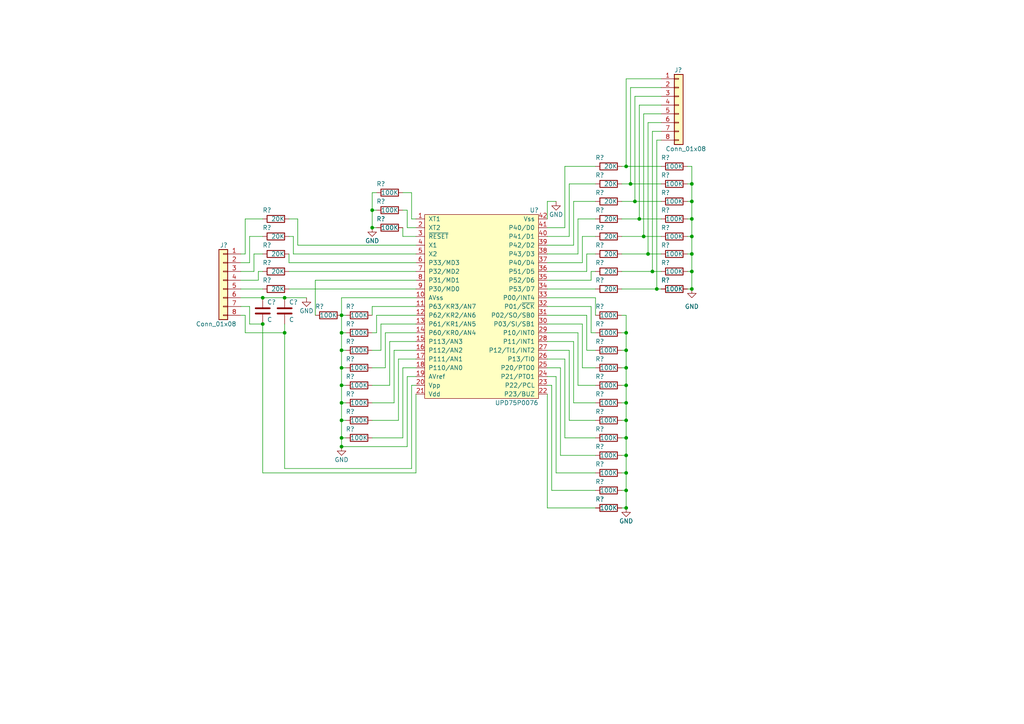
<source format=kicad_sch>
(kicad_sch (version 20211123) (generator eeschema)

  (uuid 7358da84-d000-430b-ac6d-e83c06852c41)

  (paper "A4")

  (lib_symbols
    (symbol "Connector_Generic:Conn_01x08" (pin_names (offset 1.016) hide) (in_bom yes) (on_board yes)
      (property "Reference" "J" (id 0) (at 0 10.16 0)
        (effects (font (size 1.27 1.27)))
      )
      (property "Value" "Conn_01x08" (id 1) (at 0 -12.7 0)
        (effects (font (size 1.27 1.27)))
      )
      (property "Footprint" "" (id 2) (at 0 0 0)
        (effects (font (size 1.27 1.27)) hide)
      )
      (property "Datasheet" "~" (id 3) (at 0 0 0)
        (effects (font (size 1.27 1.27)) hide)
      )
      (property "ki_keywords" "connector" (id 4) (at 0 0 0)
        (effects (font (size 1.27 1.27)) hide)
      )
      (property "ki_description" "Generic connector, single row, 01x08, script generated (kicad-library-utils/schlib/autogen/connector/)" (id 5) (at 0 0 0)
        (effects (font (size 1.27 1.27)) hide)
      )
      (property "ki_fp_filters" "Connector*:*_1x??_*" (id 6) (at 0 0 0)
        (effects (font (size 1.27 1.27)) hide)
      )
      (symbol "Conn_01x08_1_1"
        (rectangle (start -1.27 -10.033) (end 0 -10.287)
          (stroke (width 0.1524) (type default) (color 0 0 0 0))
          (fill (type none))
        )
        (rectangle (start -1.27 -7.493) (end 0 -7.747)
          (stroke (width 0.1524) (type default) (color 0 0 0 0))
          (fill (type none))
        )
        (rectangle (start -1.27 -4.953) (end 0 -5.207)
          (stroke (width 0.1524) (type default) (color 0 0 0 0))
          (fill (type none))
        )
        (rectangle (start -1.27 -2.413) (end 0 -2.667)
          (stroke (width 0.1524) (type default) (color 0 0 0 0))
          (fill (type none))
        )
        (rectangle (start -1.27 0.127) (end 0 -0.127)
          (stroke (width 0.1524) (type default) (color 0 0 0 0))
          (fill (type none))
        )
        (rectangle (start -1.27 2.667) (end 0 2.413)
          (stroke (width 0.1524) (type default) (color 0 0 0 0))
          (fill (type none))
        )
        (rectangle (start -1.27 5.207) (end 0 4.953)
          (stroke (width 0.1524) (type default) (color 0 0 0 0))
          (fill (type none))
        )
        (rectangle (start -1.27 7.747) (end 0 7.493)
          (stroke (width 0.1524) (type default) (color 0 0 0 0))
          (fill (type none))
        )
        (rectangle (start -1.27 8.89) (end 1.27 -11.43)
          (stroke (width 0.254) (type default) (color 0 0 0 0))
          (fill (type background))
        )
        (pin passive line (at -5.08 7.62 0) (length 3.81)
          (name "Pin_1" (effects (font (size 1.27 1.27))))
          (number "1" (effects (font (size 1.27 1.27))))
        )
        (pin passive line (at -5.08 5.08 0) (length 3.81)
          (name "Pin_2" (effects (font (size 1.27 1.27))))
          (number "2" (effects (font (size 1.27 1.27))))
        )
        (pin passive line (at -5.08 2.54 0) (length 3.81)
          (name "Pin_3" (effects (font (size 1.27 1.27))))
          (number "3" (effects (font (size 1.27 1.27))))
        )
        (pin passive line (at -5.08 0 0) (length 3.81)
          (name "Pin_4" (effects (font (size 1.27 1.27))))
          (number "4" (effects (font (size 1.27 1.27))))
        )
        (pin passive line (at -5.08 -2.54 0) (length 3.81)
          (name "Pin_5" (effects (font (size 1.27 1.27))))
          (number "5" (effects (font (size 1.27 1.27))))
        )
        (pin passive line (at -5.08 -5.08 0) (length 3.81)
          (name "Pin_6" (effects (font (size 1.27 1.27))))
          (number "6" (effects (font (size 1.27 1.27))))
        )
        (pin passive line (at -5.08 -7.62 0) (length 3.81)
          (name "Pin_7" (effects (font (size 1.27 1.27))))
          (number "7" (effects (font (size 1.27 1.27))))
        )
        (pin passive line (at -5.08 -10.16 0) (length 3.81)
          (name "Pin_8" (effects (font (size 1.27 1.27))))
          (number "8" (effects (font (size 1.27 1.27))))
        )
      )
    )
    (symbol "Device:C" (pin_numbers hide) (pin_names (offset 0.254)) (in_bom yes) (on_board yes)
      (property "Reference" "C" (id 0) (at 0.635 2.54 0)
        (effects (font (size 1.27 1.27)) (justify left))
      )
      (property "Value" "C" (id 1) (at 0.635 -2.54 0)
        (effects (font (size 1.27 1.27)) (justify left))
      )
      (property "Footprint" "" (id 2) (at 0.9652 -3.81 0)
        (effects (font (size 1.27 1.27)) hide)
      )
      (property "Datasheet" "~" (id 3) (at 0 0 0)
        (effects (font (size 1.27 1.27)) hide)
      )
      (property "ki_keywords" "cap capacitor" (id 4) (at 0 0 0)
        (effects (font (size 1.27 1.27)) hide)
      )
      (property "ki_description" "Unpolarized capacitor" (id 5) (at 0 0 0)
        (effects (font (size 1.27 1.27)) hide)
      )
      (property "ki_fp_filters" "C_*" (id 6) (at 0 0 0)
        (effects (font (size 1.27 1.27)) hide)
      )
      (symbol "C_0_1"
        (polyline
          (pts
            (xy -2.032 -0.762)
            (xy 2.032 -0.762)
          )
          (stroke (width 0.508) (type default) (color 0 0 0 0))
          (fill (type none))
        )
        (polyline
          (pts
            (xy -2.032 0.762)
            (xy 2.032 0.762)
          )
          (stroke (width 0.508) (type default) (color 0 0 0 0))
          (fill (type none))
        )
      )
      (symbol "C_1_1"
        (pin passive line (at 0 3.81 270) (length 2.794)
          (name "~" (effects (font (size 1.27 1.27))))
          (number "1" (effects (font (size 1.27 1.27))))
        )
        (pin passive line (at 0 -3.81 90) (length 2.794)
          (name "~" (effects (font (size 1.27 1.27))))
          (number "2" (effects (font (size 1.27 1.27))))
        )
      )
    )
    (symbol "Device:R" (pin_numbers hide) (pin_names (offset 0)) (in_bom yes) (on_board yes)
      (property "Reference" "R" (id 0) (at 2.032 0 90)
        (effects (font (size 1.27 1.27)))
      )
      (property "Value" "R" (id 1) (at 0 0 90)
        (effects (font (size 1.27 1.27)))
      )
      (property "Footprint" "" (id 2) (at -1.778 0 90)
        (effects (font (size 1.27 1.27)) hide)
      )
      (property "Datasheet" "~" (id 3) (at 0 0 0)
        (effects (font (size 1.27 1.27)) hide)
      )
      (property "ki_keywords" "R res resistor" (id 4) (at 0 0 0)
        (effects (font (size 1.27 1.27)) hide)
      )
      (property "ki_description" "Resistor" (id 5) (at 0 0 0)
        (effects (font (size 1.27 1.27)) hide)
      )
      (property "ki_fp_filters" "R_*" (id 6) (at 0 0 0)
        (effects (font (size 1.27 1.27)) hide)
      )
      (symbol "R_0_1"
        (rectangle (start -1.016 -2.54) (end 1.016 2.54)
          (stroke (width 0.254) (type default) (color 0 0 0 0))
          (fill (type none))
        )
      )
      (symbol "R_1_1"
        (pin passive line (at 0 3.81 270) (length 1.27)
          (name "~" (effects (font (size 1.27 1.27))))
          (number "1" (effects (font (size 1.27 1.27))))
        )
        (pin passive line (at 0 -3.81 90) (length 1.27)
          (name "~" (effects (font (size 1.27 1.27))))
          (number "2" (effects (font (size 1.27 1.27))))
        )
      )
    )
    (symbol "power:GND" (power) (pin_names (offset 0)) (in_bom yes) (on_board yes)
      (property "Reference" "#PWR" (id 0) (at 0 -6.35 0)
        (effects (font (size 1.27 1.27)) hide)
      )
      (property "Value" "GND" (id 1) (at 0 -3.81 0)
        (effects (font (size 1.27 1.27)))
      )
      (property "Footprint" "" (id 2) (at 0 0 0)
        (effects (font (size 1.27 1.27)) hide)
      )
      (property "Datasheet" "" (id 3) (at 0 0 0)
        (effects (font (size 1.27 1.27)) hide)
      )
      (property "ki_keywords" "power-flag" (id 4) (at 0 0 0)
        (effects (font (size 1.27 1.27)) hide)
      )
      (property "ki_description" "Power symbol creates a global label with name \"GND\" , ground" (id 5) (at 0 0 0)
        (effects (font (size 1.27 1.27)) hide)
      )
      (symbol "GND_0_1"
        (polyline
          (pts
            (xy 0 0)
            (xy 0 -1.27)
            (xy 1.27 -1.27)
            (xy 0 -2.54)
            (xy -1.27 -1.27)
            (xy 0 -1.27)
          )
          (stroke (width 0) (type default) (color 0 0 0 0))
          (fill (type none))
        )
      )
      (symbol "GND_1_1"
        (pin power_in line (at 0 0 270) (length 0) hide
          (name "GND" (effects (font (size 1.27 1.27))))
          (number "1" (effects (font (size 1.27 1.27))))
        )
      )
    )
    (symbol "symbols:UPD75P0076" (pin_names (offset 1.04)) (in_bom yes) (on_board yes)
      (property "Reference" "U" (id 0) (at 15.24 27.94 0)
        (effects (font (size 1.27 1.27)))
      )
      (property "Value" "UPD75P0076" (id 1) (at 10.16 -27.94 0)
        (effects (font (size 1.27 1.27)))
      )
      (property "Footprint" "" (id 2) (at -2.54 27.94 0)
        (effects (font (size 1.27 1.27)) hide)
      )
      (property "Datasheet" "" (id 3) (at -2.54 27.94 0)
        (effects (font (size 1.27 1.27)) hide)
      )
      (symbol "UPD75P0076_0_1"
        (rectangle (start -16.51 26.67) (end 16.51 -26.67)
          (stroke (width 0) (type default) (color 0 0 0 0))
          (fill (type background))
        )
      )
      (symbol "UPD75P0076_1_1"
        (pin input line (at -19.05 25.4 0) (length 2.54)
          (name "XT1" (effects (font (size 1.27 1.27))))
          (number "1" (effects (font (size 1.27 1.27))))
        )
        (pin input line (at -19.05 2.54 0) (length 2.54)
          (name "AVss" (effects (font (size 1.27 1.27))))
          (number "10" (effects (font (size 1.27 1.27))))
        )
        (pin bidirectional line (at -19.05 0 0) (length 2.54)
          (name "P63/KR3/AN7" (effects (font (size 1.27 1.27))))
          (number "11" (effects (font (size 1.27 1.27))))
        )
        (pin bidirectional line (at -19.05 -2.54 0) (length 2.54)
          (name "P62/KR2/AN6" (effects (font (size 1.27 1.27))))
          (number "12" (effects (font (size 1.27 1.27))))
        )
        (pin bidirectional line (at -19.05 -5.08 0) (length 2.54)
          (name "P61/KR1/AN5" (effects (font (size 1.27 1.27))))
          (number "13" (effects (font (size 1.27 1.27))))
        )
        (pin bidirectional line (at -19.05 -7.62 0) (length 2.54)
          (name "P60/KR0/AN4" (effects (font (size 1.27 1.27))))
          (number "14" (effects (font (size 1.27 1.27))))
        )
        (pin input line (at -19.05 -10.16 0) (length 2.54)
          (name "P113/AN3" (effects (font (size 1.27 1.27))))
          (number "15" (effects (font (size 1.27 1.27))))
        )
        (pin input line (at -19.05 -12.7 0) (length 2.54)
          (name "P112/AN2" (effects (font (size 1.27 1.27))))
          (number "16" (effects (font (size 1.27 1.27))))
        )
        (pin input line (at -19.05 -15.24 0) (length 2.54)
          (name "P111/AN1" (effects (font (size 1.27 1.27))))
          (number "17" (effects (font (size 1.27 1.27))))
        )
        (pin input line (at -19.05 -17.78 0) (length 2.54)
          (name "P110/AN0" (effects (font (size 1.27 1.27))))
          (number "18" (effects (font (size 1.27 1.27))))
        )
        (pin input line (at -19.05 -20.32 0) (length 2.54)
          (name "AVref" (effects (font (size 1.27 1.27))))
          (number "19" (effects (font (size 1.27 1.27))))
        )
        (pin unspecified line (at -19.05 22.86 0) (length 2.54)
          (name "XT2" (effects (font (size 1.27 1.27))))
          (number "2" (effects (font (size 1.27 1.27))))
        )
        (pin input line (at -19.05 -22.86 0) (length 2.54)
          (name "Vpp" (effects (font (size 1.27 1.27))))
          (number "20" (effects (font (size 1.27 1.27))))
        )
        (pin input line (at -19.05 -25.4 0) (length 2.54)
          (name "Vdd" (effects (font (size 1.27 1.27))))
          (number "21" (effects (font (size 1.27 1.27))))
        )
        (pin bidirectional line (at 19.05 -25.4 180) (length 2.54)
          (name "P23/BUZ" (effects (font (size 1.27 1.27))))
          (number "22" (effects (font (size 1.27 1.27))))
        )
        (pin bidirectional line (at 19.05 -22.86 180) (length 2.54)
          (name "P22/PCL" (effects (font (size 1.27 1.27))))
          (number "23" (effects (font (size 1.27 1.27))))
        )
        (pin bidirectional line (at 19.05 -20.32 180) (length 2.54)
          (name "P21/PTO1" (effects (font (size 1.27 1.27))))
          (number "24" (effects (font (size 1.27 1.27))))
        )
        (pin bidirectional line (at 19.05 -17.78 180) (length 2.54)
          (name "P20/PTO0" (effects (font (size 1.27 1.27))))
          (number "25" (effects (font (size 1.27 1.27))))
        )
        (pin bidirectional line (at 19.05 -15.24 180) (length 2.54)
          (name "P13/TI0" (effects (font (size 1.27 1.27))))
          (number "26" (effects (font (size 1.27 1.27))))
        )
        (pin bidirectional line (at 19.05 -12.7 180) (length 2.54)
          (name "P12/TI1/INT2" (effects (font (size 1.27 1.27))))
          (number "27" (effects (font (size 1.27 1.27))))
        )
        (pin bidirectional line (at 19.05 -10.16 180) (length 2.54)
          (name "P11/INT1" (effects (font (size 1.27 1.27))))
          (number "28" (effects (font (size 1.27 1.27))))
        )
        (pin bidirectional line (at 19.05 -7.62 180) (length 2.54)
          (name "P10/INT0" (effects (font (size 1.27 1.27))))
          (number "29" (effects (font (size 1.27 1.27))))
        )
        (pin input line (at -19.05 20.32 0) (length 2.54)
          (name "~{RESET}" (effects (font (size 1.27 1.27))))
          (number "3" (effects (font (size 1.27 1.27))))
        )
        (pin bidirectional line (at 19.05 -5.08 180) (length 2.54)
          (name "P03/SI/SB1" (effects (font (size 1.27 1.27))))
          (number "30" (effects (font (size 1.27 1.27))))
        )
        (pin bidirectional line (at 19.05 -2.54 180) (length 2.54)
          (name "P02/SO/SB0" (effects (font (size 1.27 1.27))))
          (number "31" (effects (font (size 1.27 1.27))))
        )
        (pin bidirectional line (at 19.05 0 180) (length 2.54)
          (name "P01/~{SCK}" (effects (font (size 1.27 1.27))))
          (number "32" (effects (font (size 1.27 1.27))))
        )
        (pin bidirectional line (at 19.05 2.54 180) (length 2.54)
          (name "P00/INT4" (effects (font (size 1.27 1.27))))
          (number "33" (effects (font (size 1.27 1.27))))
        )
        (pin bidirectional line (at 19.05 5.08 180) (length 2.54)
          (name "P53/D7" (effects (font (size 1.27 1.27))))
          (number "34" (effects (font (size 1.27 1.27))))
        )
        (pin bidirectional line (at 19.05 7.62 180) (length 2.54)
          (name "P52/D6" (effects (font (size 1.27 1.27))))
          (number "35" (effects (font (size 1.27 1.27))))
        )
        (pin bidirectional line (at 19.05 10.16 180) (length 2.54)
          (name "P51/D5" (effects (font (size 1.27 1.27))))
          (number "36" (effects (font (size 1.27 1.27))))
        )
        (pin bidirectional line (at 19.05 12.7 180) (length 2.54)
          (name "P40/D4" (effects (font (size 1.27 1.27))))
          (number "37" (effects (font (size 1.27 1.27))))
        )
        (pin bidirectional line (at 19.05 15.24 180) (length 2.54)
          (name "P43/D3" (effects (font (size 1.27 1.27))))
          (number "38" (effects (font (size 1.27 1.27))))
        )
        (pin bidirectional line (at 19.05 17.78 180) (length 2.54)
          (name "P42/D2" (effects (font (size 1.27 1.27))))
          (number "39" (effects (font (size 1.27 1.27))))
        )
        (pin input line (at -19.05 17.78 0) (length 2.54)
          (name "X1" (effects (font (size 1.27 1.27))))
          (number "4" (effects (font (size 1.27 1.27))))
        )
        (pin bidirectional line (at 19.05 20.32 180) (length 2.54)
          (name "P41/D1" (effects (font (size 1.27 1.27))))
          (number "40" (effects (font (size 1.27 1.27))))
        )
        (pin bidirectional line (at 19.05 22.86 180) (length 2.54)
          (name "P40/D0" (effects (font (size 1.27 1.27))))
          (number "41" (effects (font (size 1.27 1.27))))
        )
        (pin input line (at 19.05 25.4 180) (length 2.54)
          (name "Vss" (effects (font (size 1.27 1.27))))
          (number "42" (effects (font (size 1.27 1.27))))
        )
        (pin input line (at -19.05 15.24 0) (length 2.54)
          (name "X2" (effects (font (size 1.27 1.27))))
          (number "5" (effects (font (size 1.27 1.27))))
        )
        (pin bidirectional line (at -19.05 12.7 0) (length 2.54)
          (name "P33/MD3" (effects (font (size 1.27 1.27))))
          (number "6" (effects (font (size 1.27 1.27))))
        )
        (pin bidirectional line (at -19.05 10.16 0) (length 2.54)
          (name "P32/MD2" (effects (font (size 1.27 1.27))))
          (number "7" (effects (font (size 1.27 1.27))))
        )
        (pin bidirectional line (at -19.05 7.62 0) (length 2.54)
          (name "P31/MD1" (effects (font (size 1.27 1.27))))
          (number "8" (effects (font (size 1.27 1.27))))
        )
        (pin bidirectional line (at -19.05 5.08 0) (length 2.54)
          (name "P30/MD0" (effects (font (size 1.27 1.27))))
          (number "9" (effects (font (size 1.27 1.27))))
        )
      )
    )
  )

  (junction (at 99.06 116.84) (diameter 0) (color 0 0 0 0)
    (uuid 0ada44e2-8208-4adb-a2db-9e859ac0bb72)
  )
  (junction (at 99.06 127) (diameter 0) (color 0 0 0 0)
    (uuid 0ba6e818-442c-4671-8c14-3fad7baf2c39)
  )
  (junction (at 99.06 91.44) (diameter 0) (color 0 0 0 0)
    (uuid 0bf90892-0e95-4412-a845-136a3dcac540)
  )
  (junction (at 99.06 129.54) (diameter 0) (color 0 0 0 0)
    (uuid 0e0a9cd9-2262-44a2-a12f-5b5de38ad7cc)
  )
  (junction (at 184.15 58.42) (diameter 0) (color 0 0 0 0)
    (uuid 12010d13-7e04-451c-a80d-ad9243970439)
  )
  (junction (at 99.06 111.76) (diameter 0) (color 0 0 0 0)
    (uuid 13e54aec-161c-488b-8367-2a1105f01f28)
  )
  (junction (at 200.66 78.74) (diameter 0) (color 0 0 0 0)
    (uuid 1b31290d-2f2a-477f-919a-9e0c24ecd12a)
  )
  (junction (at 181.61 48.26) (diameter 0) (color 0 0 0 0)
    (uuid 28febae0-6342-4bad-8605-df75b43e3ce0)
  )
  (junction (at 185.42 63.5) (diameter 0) (color 0 0 0 0)
    (uuid 2d479384-7814-40b7-972a-685369015014)
  )
  (junction (at 76.2 86.36) (diameter 0) (color 0 0 0 0)
    (uuid 2eb60516-396e-4250-ad28-c2e1d5d3469b)
  )
  (junction (at 181.61 147.32) (diameter 0) (color 0 0 0 0)
    (uuid 3f388a2e-6408-4c9a-a3ce-953701b79ccb)
  )
  (junction (at 99.06 106.68) (diameter 0) (color 0 0 0 0)
    (uuid 4d983774-5238-422a-9498-26f44665eb34)
  )
  (junction (at 107.95 66.04) (diameter 0) (color 0 0 0 0)
    (uuid 59014ae7-d091-4e78-a26b-878f2efbab61)
  )
  (junction (at 187.96 73.66) (diameter 0) (color 0 0 0 0)
    (uuid 6e8ba96e-f238-436f-9d1f-e80a7287dcc2)
  )
  (junction (at 200.66 58.42) (diameter 0) (color 0 0 0 0)
    (uuid 6f406ac5-c60e-478d-a719-6505f67062dd)
  )
  (junction (at 99.06 101.6) (diameter 0) (color 0 0 0 0)
    (uuid 7c968579-e763-4eb5-911a-026616de01e3)
  )
  (junction (at 200.66 63.5) (diameter 0) (color 0 0 0 0)
    (uuid 7f8a300e-81a7-48f4-9169-681b86c0973e)
  )
  (junction (at 99.06 96.52) (diameter 0) (color 0 0 0 0)
    (uuid 819585b0-5300-44d7-ab8a-52e8e7592a0c)
  )
  (junction (at 200.66 68.58) (diameter 0) (color 0 0 0 0)
    (uuid 8778cbaf-96d9-4d35-8378-f7ce982ac949)
  )
  (junction (at 200.66 73.66) (diameter 0) (color 0 0 0 0)
    (uuid 90732493-ee7c-463d-9e19-46916473580b)
  )
  (junction (at 200.66 83.82) (diameter 0) (color 0 0 0 0)
    (uuid 91016360-c929-479c-88f5-034e3333b57a)
  )
  (junction (at 186.69 68.58) (diameter 0) (color 0 0 0 0)
    (uuid 97574cb4-98b4-4b60-a575-f0d91252f6c9)
  )
  (junction (at 181.61 132.08) (diameter 0) (color 0 0 0 0)
    (uuid 97797377-65a9-4f05-b9ff-49a2fe2458fa)
  )
  (junction (at 189.23 78.74) (diameter 0) (color 0 0 0 0)
    (uuid a170dfc8-f0ca-4133-be9e-168ac6684157)
  )
  (junction (at 182.88 53.34) (diameter 0) (color 0 0 0 0)
    (uuid a7ccc9d9-f9a5-4edf-a5db-ac30aed4c1c4)
  )
  (junction (at 107.95 60.96) (diameter 0) (color 0 0 0 0)
    (uuid a84fde50-55be-4374-b348-f560c6462a7e)
  )
  (junction (at 181.61 137.16) (diameter 0) (color 0 0 0 0)
    (uuid af73c6e5-a98a-4a0f-9606-1f6ee2df0cef)
  )
  (junction (at 99.06 121.92) (diameter 0) (color 0 0 0 0)
    (uuid b32db8e0-8723-4c20-b19e-a82ec6878d8c)
  )
  (junction (at 181.61 142.24) (diameter 0) (color 0 0 0 0)
    (uuid b3e86582-5074-48bf-bd24-2a7c85659513)
  )
  (junction (at 181.61 127) (diameter 0) (color 0 0 0 0)
    (uuid b5005f5d-15a3-4f8c-a437-7b7e5ea017b7)
  )
  (junction (at 82.55 86.36) (diameter 0) (color 0 0 0 0)
    (uuid b547b7bd-0f73-48a4-8b4e-3e063cc742ee)
  )
  (junction (at 190.5 83.82) (diameter 0) (color 0 0 0 0)
    (uuid b6763690-e315-409b-82fc-e21a061b5fac)
  )
  (junction (at 200.66 53.34) (diameter 0) (color 0 0 0 0)
    (uuid be4103db-688c-4e3e-ac47-cd2439b0afa2)
  )
  (junction (at 76.2 93.98) (diameter 0) (color 0 0 0 0)
    (uuid be8cb5be-b0f1-4b0e-bf62-dcdf040ad159)
  )
  (junction (at 82.55 96.52) (diameter 0) (color 0 0 0 0)
    (uuid c5f7658a-59b7-4646-ba4d-08cfb6bac352)
  )
  (junction (at 181.61 121.92) (diameter 0) (color 0 0 0 0)
    (uuid c9f10677-fed9-4a6f-b147-ce64a2ed0d7b)
  )
  (junction (at 181.61 111.76) (diameter 0) (color 0 0 0 0)
    (uuid d06bb420-b45c-4b39-aa1c-71693b00292b)
  )
  (junction (at 181.61 106.68) (diameter 0) (color 0 0 0 0)
    (uuid e4a6da64-71f5-4383-a66d-2744d74876eb)
  )
  (junction (at 181.61 96.52) (diameter 0) (color 0 0 0 0)
    (uuid e819b242-6e15-4266-81e0-6f0ef46712ea)
  )
  (junction (at 181.61 101.6) (diameter 0) (color 0 0 0 0)
    (uuid ecd3927b-45e4-499f-aef3-8cbc698acec0)
  )
  (junction (at 181.61 116.84) (diameter 0) (color 0 0 0 0)
    (uuid f28b6289-54bb-4204-b414-3e963ec6ceee)
  )

  (wire (pts (xy 118.11 60.96) (xy 116.84 60.96))
    (stroke (width 0) (type default) (color 0 0 0 0))
    (uuid 0268b5c3-8dee-4788-960b-cb63da4938f4)
  )
  (wire (pts (xy 200.66 58.42) (xy 200.66 63.5))
    (stroke (width 0) (type default) (color 0 0 0 0))
    (uuid 02acd047-b524-4a7a-97bd-b323ba7a4ed0)
  )
  (wire (pts (xy 110.49 93.98) (xy 120.65 93.98))
    (stroke (width 0) (type default) (color 0 0 0 0))
    (uuid 02fd7c2d-23c2-4c22-b211-57e34ebc2ff2)
  )
  (wire (pts (xy 180.34 48.26) (xy 181.61 48.26))
    (stroke (width 0) (type default) (color 0 0 0 0))
    (uuid 076e2907-9a6a-4f55-839c-bf20030b0496)
  )
  (wire (pts (xy 158.75 88.9) (xy 171.45 88.9))
    (stroke (width 0) (type default) (color 0 0 0 0))
    (uuid 0ae4041e-85dc-46a0-a844-a089231754b4)
  )
  (wire (pts (xy 118.11 66.04) (xy 118.11 60.96))
    (stroke (width 0) (type default) (color 0 0 0 0))
    (uuid 0c444f9d-d5bd-4498-9ae8-6b3dd05fca8f)
  )
  (wire (pts (xy 76.2 68.58) (xy 72.39 68.58))
    (stroke (width 0) (type default) (color 0 0 0 0))
    (uuid 0cc62216-a62f-4a24-b47c-95385a039351)
  )
  (wire (pts (xy 86.36 71.12) (xy 120.65 71.12))
    (stroke (width 0) (type default) (color 0 0 0 0))
    (uuid 0cee6c01-5b09-4ec4-9baf-d599698982bf)
  )
  (wire (pts (xy 116.84 68.58) (xy 120.65 68.58))
    (stroke (width 0) (type default) (color 0 0 0 0))
    (uuid 0d3c86e9-e65e-4969-85a3-c12126b8c847)
  )
  (wire (pts (xy 120.65 81.28) (xy 91.44 81.28))
    (stroke (width 0) (type default) (color 0 0 0 0))
    (uuid 0dde9388-911e-473e-b5da-06c6fcb5c242)
  )
  (wire (pts (xy 182.88 25.4) (xy 191.77 25.4))
    (stroke (width 0) (type default) (color 0 0 0 0))
    (uuid 0ef7e833-5a8b-4a81-bc53-c8cb365eabd7)
  )
  (wire (pts (xy 107.95 91.44) (xy 107.95 88.9))
    (stroke (width 0) (type default) (color 0 0 0 0))
    (uuid 112df9d0-6428-4119-88b7-f53542feda09)
  )
  (wire (pts (xy 119.38 63.5) (xy 120.65 63.5))
    (stroke (width 0) (type default) (color 0 0 0 0))
    (uuid 119d1f95-b799-44b6-8680-f3a835b97e7f)
  )
  (wire (pts (xy 180.34 53.34) (xy 182.88 53.34))
    (stroke (width 0) (type default) (color 0 0 0 0))
    (uuid 1264c7ac-85d0-42c8-a0ae-440471f800b4)
  )
  (wire (pts (xy 76.2 63.5) (xy 71.12 63.5))
    (stroke (width 0) (type default) (color 0 0 0 0))
    (uuid 12c43c3f-be54-4e07-b01c-dcaeab4c5eb2)
  )
  (wire (pts (xy 185.42 63.5) (xy 191.77 63.5))
    (stroke (width 0) (type default) (color 0 0 0 0))
    (uuid 134945cb-f986-47ba-9d02-b4f6f1efef77)
  )
  (wire (pts (xy 71.12 63.5) (xy 71.12 73.66))
    (stroke (width 0) (type default) (color 0 0 0 0))
    (uuid 13baaad3-16b6-4a00-9682-bbeaabe9ab2b)
  )
  (wire (pts (xy 83.82 63.5) (xy 86.36 63.5))
    (stroke (width 0) (type default) (color 0 0 0 0))
    (uuid 16092907-08d9-41e2-9fb2-578e018d0ef3)
  )
  (wire (pts (xy 181.61 127) (xy 181.61 132.08))
    (stroke (width 0) (type default) (color 0 0 0 0))
    (uuid 16ee9976-37d3-4a91-b392-a270840c61c1)
  )
  (wire (pts (xy 200.66 73.66) (xy 200.66 78.74))
    (stroke (width 0) (type default) (color 0 0 0 0))
    (uuid 1a5715b6-1431-47dc-afd2-c2fde6c59f6c)
  )
  (wire (pts (xy 69.85 88.9) (xy 72.39 88.9))
    (stroke (width 0) (type default) (color 0 0 0 0))
    (uuid 1ac9dcf9-8802-4b8e-aee5-7da68826f06d)
  )
  (wire (pts (xy 172.72 116.84) (xy 166.37 116.84))
    (stroke (width 0) (type default) (color 0 0 0 0))
    (uuid 1bf2f907-7444-4ddb-ad4f-623d68a670db)
  )
  (wire (pts (xy 180.34 96.52) (xy 181.61 96.52))
    (stroke (width 0) (type default) (color 0 0 0 0))
    (uuid 1d48b944-d428-4717-9dc8-ce597a929a02)
  )
  (wire (pts (xy 118.11 109.22) (xy 118.11 129.54))
    (stroke (width 0) (type default) (color 0 0 0 0))
    (uuid 1dd8f09b-ae45-479c-b620-6f169c2f6a7e)
  )
  (wire (pts (xy 187.96 35.56) (xy 191.77 35.56))
    (stroke (width 0) (type default) (color 0 0 0 0))
    (uuid 1f171b59-f614-4f01-8cdf-f78a53eaa595)
  )
  (wire (pts (xy 116.84 106.68) (xy 120.65 106.68))
    (stroke (width 0) (type default) (color 0 0 0 0))
    (uuid 1f17c709-5c43-4b21-81d0-d76135a35105)
  )
  (wire (pts (xy 158.75 106.68) (xy 162.56 106.68))
    (stroke (width 0) (type default) (color 0 0 0 0))
    (uuid 21773e3c-f5c8-4ebb-94b4-efd0fe5b9307)
  )
  (wire (pts (xy 158.75 81.28) (xy 171.45 81.28))
    (stroke (width 0) (type default) (color 0 0 0 0))
    (uuid 221036c9-5b08-456f-ac7e-734184ff7811)
  )
  (wire (pts (xy 113.03 111.76) (xy 113.03 99.06))
    (stroke (width 0) (type default) (color 0 0 0 0))
    (uuid 23bfc1fb-dad1-4822-a964-9e4639a8ea20)
  )
  (wire (pts (xy 182.88 53.34) (xy 191.77 53.34))
    (stroke (width 0) (type default) (color 0 0 0 0))
    (uuid 249da2a6-9be9-4f14-b81d-2aa32e8c0a9a)
  )
  (wire (pts (xy 200.66 68.58) (xy 200.66 73.66))
    (stroke (width 0) (type default) (color 0 0 0 0))
    (uuid 24aca5f0-1ee8-4265-ba74-f58dda5335c1)
  )
  (wire (pts (xy 99.06 111.76) (xy 99.06 116.84))
    (stroke (width 0) (type default) (color 0 0 0 0))
    (uuid 26bc7312-7de7-41f0-9760-12ecee203d60)
  )
  (wire (pts (xy 181.61 142.24) (xy 181.61 147.32))
    (stroke (width 0) (type default) (color 0 0 0 0))
    (uuid 26c26b0d-928b-42be-a96d-cc0324aae423)
  )
  (wire (pts (xy 158.75 63.5) (xy 158.75 58.42))
    (stroke (width 0) (type default) (color 0 0 0 0))
    (uuid 2750e428-8f02-457a-be20-cacba70895c8)
  )
  (wire (pts (xy 107.95 60.96) (xy 107.95 66.04))
    (stroke (width 0) (type default) (color 0 0 0 0))
    (uuid 27ccfc1e-e1cc-4cc4-bb0a-10c879f3f799)
  )
  (wire (pts (xy 165.1 53.34) (xy 165.1 68.58))
    (stroke (width 0) (type default) (color 0 0 0 0))
    (uuid 296aad37-8ba5-47ae-8147-a29e7bec7492)
  )
  (wire (pts (xy 114.3 101.6) (xy 114.3 116.84))
    (stroke (width 0) (type default) (color 0 0 0 0))
    (uuid 29f55816-04ba-46ab-8c96-99754fb24ede)
  )
  (wire (pts (xy 118.11 129.54) (xy 99.06 129.54))
    (stroke (width 0) (type default) (color 0 0 0 0))
    (uuid 2c0a837a-30b0-4ca7-8ba0-22f593e62d06)
  )
  (wire (pts (xy 158.75 109.22) (xy 161.29 109.22))
    (stroke (width 0) (type default) (color 0 0 0 0))
    (uuid 2c5ba59d-3d58-467a-a7bc-8e458c45c20e)
  )
  (wire (pts (xy 107.95 60.96) (xy 109.22 60.96))
    (stroke (width 0) (type default) (color 0 0 0 0))
    (uuid 2fe2f887-6917-4592-80d2-f5227b2ce248)
  )
  (wire (pts (xy 172.72 137.16) (xy 161.29 137.16))
    (stroke (width 0) (type default) (color 0 0 0 0))
    (uuid 2ff17680-8dda-419f-8387-e793ba66860d)
  )
  (wire (pts (xy 160.02 111.76) (xy 160.02 142.24))
    (stroke (width 0) (type default) (color 0 0 0 0))
    (uuid 303755d8-5a2b-4389-94e4-593ce6e3e813)
  )
  (wire (pts (xy 83.82 68.58) (xy 85.09 68.58))
    (stroke (width 0) (type default) (color 0 0 0 0))
    (uuid 3077010f-d578-42a4-a582-df09c9d5d6b1)
  )
  (wire (pts (xy 181.61 101.6) (xy 181.61 106.68))
    (stroke (width 0) (type default) (color 0 0 0 0))
    (uuid 31f2e339-8575-4afc-bb0e-8e855df9ee73)
  )
  (wire (pts (xy 158.75 73.66) (xy 167.64 73.66))
    (stroke (width 0) (type default) (color 0 0 0 0))
    (uuid 32098af1-4522-45fa-9158-5a605be6f792)
  )
  (wire (pts (xy 82.55 96.52) (xy 71.12 96.52))
    (stroke (width 0) (type default) (color 0 0 0 0))
    (uuid 33505c6d-5cae-4b07-bf77-a2385492a19e)
  )
  (wire (pts (xy 168.91 93.98) (xy 168.91 106.68))
    (stroke (width 0) (type default) (color 0 0 0 0))
    (uuid 33b4127d-a443-4768-a4be-a244381f7ed0)
  )
  (wire (pts (xy 165.1 68.58) (xy 158.75 68.58))
    (stroke (width 0) (type default) (color 0 0 0 0))
    (uuid 35ccdd24-3036-4854-ad7d-ec96ea84bf11)
  )
  (wire (pts (xy 85.09 68.58) (xy 85.09 73.66))
    (stroke (width 0) (type default) (color 0 0 0 0))
    (uuid 36214c9d-84c9-4942-8ea5-4bdd2b57256e)
  )
  (wire (pts (xy 107.95 88.9) (xy 120.65 88.9))
    (stroke (width 0) (type default) (color 0 0 0 0))
    (uuid 36fe03f3-9f80-4305-b7ab-3421f4efe291)
  )
  (wire (pts (xy 185.42 30.48) (xy 191.77 30.48))
    (stroke (width 0) (type default) (color 0 0 0 0))
    (uuid 37b7cb92-740b-42e0-8249-a3f3244dc255)
  )
  (wire (pts (xy 180.34 142.24) (xy 181.61 142.24))
    (stroke (width 0) (type default) (color 0 0 0 0))
    (uuid 38c24e15-ce82-42a4-8c42-6abe70b8dc1b)
  )
  (wire (pts (xy 100.33 91.44) (xy 99.06 91.44))
    (stroke (width 0) (type default) (color 0 0 0 0))
    (uuid 3a0322fe-e18f-439a-ab58-16767e92cfd9)
  )
  (wire (pts (xy 166.37 71.12) (xy 166.37 58.42))
    (stroke (width 0) (type default) (color 0 0 0 0))
    (uuid 3a55acc0-104e-4a71-a963-7f0de628878c)
  )
  (wire (pts (xy 199.39 48.26) (xy 200.66 48.26))
    (stroke (width 0) (type default) (color 0 0 0 0))
    (uuid 3a55cfbc-96bb-43ea-8b75-2c2521249bf8)
  )
  (wire (pts (xy 161.29 109.22) (xy 161.29 137.16))
    (stroke (width 0) (type default) (color 0 0 0 0))
    (uuid 3af6fb85-eb09-41a1-b128-2e5ede73e786)
  )
  (wire (pts (xy 170.18 73.66) (xy 170.18 78.74))
    (stroke (width 0) (type default) (color 0 0 0 0))
    (uuid 3b99911f-ce63-4f7c-bbf1-75c0bc0fb8dd)
  )
  (wire (pts (xy 71.12 96.52) (xy 71.12 91.44))
    (stroke (width 0) (type default) (color 0 0 0 0))
    (uuid 3b9bfb0e-d451-4e3d-9115-e4b9de4afc6c)
  )
  (wire (pts (xy 181.61 22.86) (xy 181.61 48.26))
    (stroke (width 0) (type default) (color 0 0 0 0))
    (uuid 3bca7496-ae42-42e5-a4b1-6e0735904ec7)
  )
  (wire (pts (xy 107.95 121.92) (xy 115.57 121.92))
    (stroke (width 0) (type default) (color 0 0 0 0))
    (uuid 3be8e8d7-0b98-4b4a-aa5f-e8c0f8955d8d)
  )
  (wire (pts (xy 199.39 73.66) (xy 200.66 73.66))
    (stroke (width 0) (type default) (color 0 0 0 0))
    (uuid 3c907909-63d9-426a-ae92-66173c2e8cf6)
  )
  (wire (pts (xy 185.42 63.5) (xy 180.34 63.5))
    (stroke (width 0) (type default) (color 0 0 0 0))
    (uuid 3e0031dc-e3f2-477d-934a-9866d09017ef)
  )
  (wire (pts (xy 168.91 76.2) (xy 158.75 76.2))
    (stroke (width 0) (type default) (color 0 0 0 0))
    (uuid 3e4af82d-4b80-4936-a5b8-259ebcfbf53f)
  )
  (wire (pts (xy 200.66 78.74) (xy 200.66 83.82))
    (stroke (width 0) (type default) (color 0 0 0 0))
    (uuid 41aaf42a-c73c-4612-94ec-58f9e3ae5c7a)
  )
  (wire (pts (xy 181.61 91.44) (xy 181.61 96.52))
    (stroke (width 0) (type default) (color 0 0 0 0))
    (uuid 41b8f663-715a-40b6-bb3a-8fc60d0570ac)
  )
  (wire (pts (xy 172.72 68.58) (xy 168.91 68.58))
    (stroke (width 0) (type default) (color 0 0 0 0))
    (uuid 424de8d9-5cdb-424c-b4f8-a34ea2a582c5)
  )
  (wire (pts (xy 191.77 22.86) (xy 181.61 22.86))
    (stroke (width 0) (type default) (color 0 0 0 0))
    (uuid 429033b7-b65f-4029-b6fa-ce426f9065ba)
  )
  (wire (pts (xy 107.95 55.88) (xy 107.95 60.96))
    (stroke (width 0) (type default) (color 0 0 0 0))
    (uuid 46439713-c114-4b95-839b-dc58871629f5)
  )
  (wire (pts (xy 200.66 63.5) (xy 200.66 68.58))
    (stroke (width 0) (type default) (color 0 0 0 0))
    (uuid 468da066-7f3b-4785-9727-f08209f38432)
  )
  (wire (pts (xy 99.06 116.84) (xy 99.06 121.92))
    (stroke (width 0) (type default) (color 0 0 0 0))
    (uuid 479dbc36-8c7e-46e8-96b0-0a0aa289abe1)
  )
  (wire (pts (xy 85.09 73.66) (xy 120.65 73.66))
    (stroke (width 0) (type default) (color 0 0 0 0))
    (uuid 48a63997-ec64-40d9-9959-23a25d5594a9)
  )
  (wire (pts (xy 158.75 91.44) (xy 170.18 91.44))
    (stroke (width 0) (type default) (color 0 0 0 0))
    (uuid 48c49fe4-a1d8-4eb1-8e41-6aadf1a285ec)
  )
  (wire (pts (xy 170.18 101.6) (xy 172.72 101.6))
    (stroke (width 0) (type default) (color 0 0 0 0))
    (uuid 4a3e4a8e-b1ba-400d-9463-85e3cbf83224)
  )
  (wire (pts (xy 119.38 111.76) (xy 119.38 135.89))
    (stroke (width 0) (type default) (color 0 0 0 0))
    (uuid 4b58d3d2-3fd9-4d48-93e4-d9451d939bc4)
  )
  (wire (pts (xy 111.76 96.52) (xy 120.65 96.52))
    (stroke (width 0) (type default) (color 0 0 0 0))
    (uuid 4c5a2858-3b19-4a77-9b80-29ccdc767f1a)
  )
  (wire (pts (xy 99.06 127) (xy 100.33 127))
    (stroke (width 0) (type default) (color 0 0 0 0))
    (uuid 4c716ad3-b2f5-4e5e-8228-4c60ec594593)
  )
  (wire (pts (xy 109.22 96.52) (xy 107.95 96.52))
    (stroke (width 0) (type default) (color 0 0 0 0))
    (uuid 4cfe0f1b-b811-4ae6-b047-99bff368ae11)
  )
  (wire (pts (xy 171.45 78.74) (xy 172.72 78.74))
    (stroke (width 0) (type default) (color 0 0 0 0))
    (uuid 5149c561-7c95-4812-9398-8305f94d79ab)
  )
  (wire (pts (xy 99.06 96.52) (xy 99.06 101.6))
    (stroke (width 0) (type default) (color 0 0 0 0))
    (uuid 53ab3499-3366-4c01-acea-eb10081aaa6c)
  )
  (wire (pts (xy 158.75 83.82) (xy 172.72 83.82))
    (stroke (width 0) (type default) (color 0 0 0 0))
    (uuid 547ab167-f3f0-4af1-98a4-e8aa540c231d)
  )
  (wire (pts (xy 99.06 121.92) (xy 99.06 127))
    (stroke (width 0) (type default) (color 0 0 0 0))
    (uuid 54a641e7-e0ca-4bd3-bf5e-d28913ecd6f5)
  )
  (wire (pts (xy 172.72 73.66) (xy 170.18 73.66))
    (stroke (width 0) (type default) (color 0 0 0 0))
    (uuid 5544320a-7fed-49d2-a6c3-0b02e49c063a)
  )
  (wire (pts (xy 69.85 76.2) (xy 72.39 76.2))
    (stroke (width 0) (type default) (color 0 0 0 0))
    (uuid 55445ded-7472-43f9-a277-15061e7a8d40)
  )
  (wire (pts (xy 200.66 83.82) (xy 199.39 83.82))
    (stroke (width 0) (type default) (color 0 0 0 0))
    (uuid 5555034e-be3a-4a87-9dd7-1843bf435e36)
  )
  (wire (pts (xy 180.34 91.44) (xy 181.61 91.44))
    (stroke (width 0) (type default) (color 0 0 0 0))
    (uuid 58678dee-5cbd-435b-a844-b4ef5cf773bc)
  )
  (wire (pts (xy 114.3 101.6) (xy 120.65 101.6))
    (stroke (width 0) (type default) (color 0 0 0 0))
    (uuid 595fe87b-aac7-4ad8-8d5e-d81cdcf5c104)
  )
  (wire (pts (xy 76.2 78.74) (xy 74.93 78.74))
    (stroke (width 0) (type default) (color 0 0 0 0))
    (uuid 5a6364fd-d729-460b-a90a-de18adfcf01d)
  )
  (wire (pts (xy 180.34 121.92) (xy 181.61 121.92))
    (stroke (width 0) (type default) (color 0 0 0 0))
    (uuid 5b204545-7e36-41c9-a040-4ea608810f6b)
  )
  (wire (pts (xy 172.72 53.34) (xy 165.1 53.34))
    (stroke (width 0) (type default) (color 0 0 0 0))
    (uuid 5bfd9108-deed-44d8-a747-fc18409de2c9)
  )
  (wire (pts (xy 158.75 104.14) (xy 163.83 104.14))
    (stroke (width 0) (type default) (color 0 0 0 0))
    (uuid 5dc8e4a8-2e24-4db6-b7ef-e36eb0d4cd19)
  )
  (wire (pts (xy 110.49 101.6) (xy 110.49 93.98))
    (stroke (width 0) (type default) (color 0 0 0 0))
    (uuid 5f035c16-a2aa-4496-8416-95c217103603)
  )
  (wire (pts (xy 114.3 116.84) (xy 107.95 116.84))
    (stroke (width 0) (type default) (color 0 0 0 0))
    (uuid 63b88ecc-df9d-40be-881c-bbdabb90572f)
  )
  (wire (pts (xy 180.34 132.08) (xy 181.61 132.08))
    (stroke (width 0) (type default) (color 0 0 0 0))
    (uuid 646c6920-7dce-45af-a733-a2034909c419)
  )
  (wire (pts (xy 184.15 58.42) (xy 180.34 58.42))
    (stroke (width 0) (type default) (color 0 0 0 0))
    (uuid 6642f24f-04cf-4edc-beed-78c1ae8e5ad4)
  )
  (wire (pts (xy 100.33 101.6) (xy 99.06 101.6))
    (stroke (width 0) (type default) (color 0 0 0 0))
    (uuid 6870eb90-488d-4ed0-94d4-3153af96baa9)
  )
  (wire (pts (xy 199.39 63.5) (xy 200.66 63.5))
    (stroke (width 0) (type default) (color 0 0 0 0))
    (uuid 687a5eaf-34d7-4709-920b-49455e783f9b)
  )
  (wire (pts (xy 181.61 121.92) (xy 181.61 127))
    (stroke (width 0) (type default) (color 0 0 0 0))
    (uuid 6a0913c7-3e48-453a-95b2-1d7ef903295c)
  )
  (wire (pts (xy 172.72 127) (xy 163.83 127))
    (stroke (width 0) (type default) (color 0 0 0 0))
    (uuid 6c004de6-0287-4431-afb7-80c8f3bfd9cd)
  )
  (wire (pts (xy 171.45 81.28) (xy 171.45 78.74))
    (stroke (width 0) (type default) (color 0 0 0 0))
    (uuid 6cdf1764-1272-4a77-b47c-5f496418e932)
  )
  (wire (pts (xy 99.06 121.92) (xy 100.33 121.92))
    (stroke (width 0) (type default) (color 0 0 0 0))
    (uuid 6cfffa8b-8787-41ee-844a-b620137f3278)
  )
  (wire (pts (xy 69.85 83.82) (xy 76.2 83.82))
    (stroke (width 0) (type default) (color 0 0 0 0))
    (uuid 6d1a4e0a-5d15-4984-ad40-dd50c04bbc80)
  )
  (wire (pts (xy 190.5 83.82) (xy 191.77 83.82))
    (stroke (width 0) (type default) (color 0 0 0 0))
    (uuid 6dd29e0e-2df0-4f8d-b5f4-da0d9be7ef62)
  )
  (wire (pts (xy 172.72 86.36) (xy 172.72 91.44))
    (stroke (width 0) (type default) (color 0 0 0 0))
    (uuid 6e0980b9-6f5d-4935-a528-bc98f77cdf6f)
  )
  (wire (pts (xy 166.37 58.42) (xy 172.72 58.42))
    (stroke (width 0) (type default) (color 0 0 0 0))
    (uuid 6f18a44a-b9a6-44b9-8603-bc01eb933d0a)
  )
  (wire (pts (xy 180.34 78.74) (xy 189.23 78.74))
    (stroke (width 0) (type default) (color 0 0 0 0))
    (uuid 6f2d4783-0066-4ead-b8b4-2ae07c527692)
  )
  (wire (pts (xy 76.2 73.66) (xy 73.66 73.66))
    (stroke (width 0) (type default) (color 0 0 0 0))
    (uuid 6fe2190a-a104-4fd8-8367-be5656cce7e0)
  )
  (wire (pts (xy 72.39 93.98) (xy 72.39 88.9))
    (stroke (width 0) (type default) (color 0 0 0 0))
    (uuid 70f25bc4-42e6-4c3a-b44a-95ea7ecff722)
  )
  (wire (pts (xy 180.34 68.58) (xy 186.69 68.58))
    (stroke (width 0) (type default) (color 0 0 0 0))
    (uuid 710b4205-5ac9-4bce-851d-fba8f8f97159)
  )
  (wire (pts (xy 181.61 116.84) (xy 181.61 121.92))
    (stroke (width 0) (type default) (color 0 0 0 0))
    (uuid 714711a5-c5d8-48b2-add1-039e91bf112f)
  )
  (wire (pts (xy 115.57 121.92) (xy 115.57 104.14))
    (stroke (width 0) (type default) (color 0 0 0 0))
    (uuid 7171584c-4e31-4ce9-b6ac-d4d3ba767051)
  )
  (wire (pts (xy 91.44 81.28) (xy 91.44 91.44))
    (stroke (width 0) (type default) (color 0 0 0 0))
    (uuid 7243946d-2117-4cdd-b2ce-345fd7c8eb53)
  )
  (wire (pts (xy 158.75 86.36) (xy 172.72 86.36))
    (stroke (width 0) (type default) (color 0 0 0 0))
    (uuid 72d43ebe-b3f9-4256-b702-5637a16499d6)
  )
  (wire (pts (xy 73.66 73.66) (xy 73.66 78.74))
    (stroke (width 0) (type default) (color 0 0 0 0))
    (uuid 75637b5c-4171-4538-827b-1c74d7717394)
  )
  (wire (pts (xy 83.82 76.2) (xy 120.65 76.2))
    (stroke (width 0) (type default) (color 0 0 0 0))
    (uuid 760af303-65d8-4c9b-9993-6a1df35a0461)
  )
  (wire (pts (xy 191.77 27.94) (xy 184.15 27.94))
    (stroke (width 0) (type default) (color 0 0 0 0))
    (uuid 770ba472-d89b-4a3f-b85f-c9bcfc035324)
  )
  (wire (pts (xy 190.5 40.64) (xy 190.5 83.82))
    (stroke (width 0) (type default) (color 0 0 0 0))
    (uuid 77491b14-0dfd-4f85-81ce-43fc56835e47)
  )
  (wire (pts (xy 120.65 66.04) (xy 118.11 66.04))
    (stroke (width 0) (type default) (color 0 0 0 0))
    (uuid 78219835-e079-4eda-b711-a6dc43c319b9)
  )
  (wire (pts (xy 82.55 96.52) (xy 82.55 135.89))
    (stroke (width 0) (type default) (color 0 0 0 0))
    (uuid 785fca00-2337-4bcd-8a6a-8daabb66b4a7)
  )
  (wire (pts (xy 71.12 91.44) (xy 69.85 91.44))
    (stroke (width 0) (type default) (color 0 0 0 0))
    (uuid 78f18017-a4c3-4be3-8b97-1721ffdfd8ed)
  )
  (wire (pts (xy 187.96 73.66) (xy 180.34 73.66))
    (stroke (width 0) (type default) (color 0 0 0 0))
    (uuid 795fd50a-d3b7-4e81-be36-004307d984d8)
  )
  (wire (pts (xy 163.83 66.04) (xy 163.83 48.26))
    (stroke (width 0) (type default) (color 0 0 0 0))
    (uuid 79c60530-9ed6-4abd-b495-4e8503516a01)
  )
  (wire (pts (xy 69.85 86.36) (xy 76.2 86.36))
    (stroke (width 0) (type default) (color 0 0 0 0))
    (uuid 7c4a5a6d-7b59-4d36-a2e5-c29cc6e29e47)
  )
  (wire (pts (xy 167.64 96.52) (xy 167.64 111.76))
    (stroke (width 0) (type default) (color 0 0 0 0))
    (uuid 7d5806f7-3f6c-4524-bbe1-09e5f3bac50a)
  )
  (wire (pts (xy 83.82 73.66) (xy 83.82 76.2))
    (stroke (width 0) (type default) (color 0 0 0 0))
    (uuid 7eeb6917-c180-428e-b869-0eb84eac8929)
  )
  (wire (pts (xy 171.45 88.9) (xy 171.45 96.52))
    (stroke (width 0) (type default) (color 0 0 0 0))
    (uuid 7efcae93-1137-4c20-8d11-eb7d467b7d59)
  )
  (wire (pts (xy 189.23 38.1) (xy 189.23 78.74))
    (stroke (width 0) (type default) (color 0 0 0 0))
    (uuid 7fe16089-7b99-4430-9d9a-ee812d0dcf79)
  )
  (wire (pts (xy 82.55 86.36) (xy 88.9 86.36))
    (stroke (width 0) (type default) (color 0 0 0 0))
    (uuid 8061732b-cc6f-4e20-9755-9de0a7505c04)
  )
  (wire (pts (xy 120.65 114.3) (xy 120.65 137.16))
    (stroke (width 0) (type default) (color 0 0 0 0))
    (uuid 8195195f-dd15-4f3f-b1d4-ebf6f2b56c9a)
  )
  (wire (pts (xy 187.96 73.66) (xy 191.77 73.66))
    (stroke (width 0) (type default) (color 0 0 0 0))
    (uuid 826a2d05-1c95-4073-a7f3-17e0f302c48e)
  )
  (wire (pts (xy 186.69 33.02) (xy 186.69 68.58))
    (stroke (width 0) (type default) (color 0 0 0 0))
    (uuid 87fe8c63-6471-404b-a349-3dbdfa4cc05d)
  )
  (wire (pts (xy 107.95 55.88) (xy 109.22 55.88))
    (stroke (width 0) (type default) (color 0 0 0 0))
    (uuid 89b63729-62d2-4881-9413-a3b57d8393cc)
  )
  (wire (pts (xy 180.34 111.76) (xy 181.61 111.76))
    (stroke (width 0) (type default) (color 0 0 0 0))
    (uuid 89cd95ca-c6b6-4644-9f33-c970fb5eeddc)
  )
  (wire (pts (xy 167.64 63.5) (xy 172.72 63.5))
    (stroke (width 0) (type default) (color 0 0 0 0))
    (uuid 8a7cccdd-6808-4ed4-a62f-2d412621d2d5)
  )
  (wire (pts (xy 181.61 137.16) (xy 181.61 142.24))
    (stroke (width 0) (type default) (color 0 0 0 0))
    (uuid 8ceee140-1fd4-4fa1-b64d-2b8583b6815c)
  )
  (wire (pts (xy 168.91 68.58) (xy 168.91 76.2))
    (stroke (width 0) (type default) (color 0 0 0 0))
    (uuid 8d1c117b-0a76-4f0a-aef6-e30feb139834)
  )
  (wire (pts (xy 200.66 48.26) (xy 200.66 53.34))
    (stroke (width 0) (type default) (color 0 0 0 0))
    (uuid 8d22736f-9613-47ed-88f9-989fc587daad)
  )
  (wire (pts (xy 167.64 73.66) (xy 167.64 63.5))
    (stroke (width 0) (type default) (color 0 0 0 0))
    (uuid 8d93eef9-4f03-458c-9ffe-208f9803fae8)
  )
  (wire (pts (xy 181.61 147.32) (xy 180.34 147.32))
    (stroke (width 0) (type default) (color 0 0 0 0))
    (uuid 9000401d-cc14-49ee-91be-ab422dd64b3a)
  )
  (wire (pts (xy 181.61 132.08) (xy 181.61 137.16))
    (stroke (width 0) (type default) (color 0 0 0 0))
    (uuid 929e6e78-66da-49aa-83c4-c993b5ad5428)
  )
  (wire (pts (xy 72.39 68.58) (xy 72.39 76.2))
    (stroke (width 0) (type default) (color 0 0 0 0))
    (uuid 93a3a03e-37eb-4dd3-a92b-9390b3208b25)
  )
  (wire (pts (xy 185.42 30.48) (xy 185.42 63.5))
    (stroke (width 0) (type default) (color 0 0 0 0))
    (uuid 949e0825-ab68-48e4-a831-c4b14898bc83)
  )
  (wire (pts (xy 172.72 121.92) (xy 165.1 121.92))
    (stroke (width 0) (type default) (color 0 0 0 0))
    (uuid 94c6c595-a73b-44d2-a4d6-dc309f2fed5c)
  )
  (wire (pts (xy 99.06 86.36) (xy 99.06 91.44))
    (stroke (width 0) (type default) (color 0 0 0 0))
    (uuid 97ff8a4f-1fbc-4587-a733-e27d0bd6136f)
  )
  (wire (pts (xy 180.34 137.16) (xy 181.61 137.16))
    (stroke (width 0) (type default) (color 0 0 0 0))
    (uuid 9832037a-619f-4d52-97c6-2d37b7882802)
  )
  (wire (pts (xy 82.55 135.89) (xy 119.38 135.89))
    (stroke (width 0) (type default) (color 0 0 0 0))
    (uuid 9840fb87-7bc8-4162-9aab-e7c982e4255c)
  )
  (wire (pts (xy 199.39 68.58) (xy 200.66 68.58))
    (stroke (width 0) (type default) (color 0 0 0 0))
    (uuid 9a74cff6-41ec-4a97-9f84-fb342a6deeab)
  )
  (wire (pts (xy 189.23 78.74) (xy 191.77 78.74))
    (stroke (width 0) (type default) (color 0 0 0 0))
    (uuid 9b9c5fd3-2d9e-411b-ab83-123822644aff)
  )
  (wire (pts (xy 158.75 71.12) (xy 166.37 71.12))
    (stroke (width 0) (type default) (color 0 0 0 0))
    (uuid 9c2fc659-0df4-4f3b-a44b-169d2e1791e7)
  )
  (wire (pts (xy 172.72 111.76) (xy 167.64 111.76))
    (stroke (width 0) (type default) (color 0 0 0 0))
    (uuid 9c4aef65-45c0-4a5f-99a9-57b22e5bf2e1)
  )
  (wire (pts (xy 99.06 106.68) (xy 99.06 111.76))
    (stroke (width 0) (type default) (color 0 0 0 0))
    (uuid 9d5a19b4-c070-4425-a00b-0883a02ed1d7)
  )
  (wire (pts (xy 83.82 83.82) (xy 120.65 83.82))
    (stroke (width 0) (type default) (color 0 0 0 0))
    (uuid 9f068f40-2dbf-443f-965f-eda3eb7899dc)
  )
  (wire (pts (xy 69.85 78.74) (xy 73.66 78.74))
    (stroke (width 0) (type default) (color 0 0 0 0))
    (uuid 9f634ec7-aca4-4af1-815f-0a4bed1d8ad5)
  )
  (wire (pts (xy 158.75 111.76) (xy 160.02 111.76))
    (stroke (width 0) (type default) (color 0 0 0 0))
    (uuid a15c8666-479c-47c5-9b75-58762324f7d6)
  )
  (wire (pts (xy 116.84 55.88) (xy 119.38 55.88))
    (stroke (width 0) (type default) (color 0 0 0 0))
    (uuid a1e63ba0-6fa9-475a-8193-b572da032de4)
  )
  (wire (pts (xy 111.76 96.52) (xy 111.76 106.68))
    (stroke (width 0) (type default) (color 0 0 0 0))
    (uuid a1f0320d-74d3-45f4-9481-134005d54384)
  )
  (wire (pts (xy 184.15 58.42) (xy 191.77 58.42))
    (stroke (width 0) (type default) (color 0 0 0 0))
    (uuid a1f04400-15ca-44a0-9401-d183024c7fb3)
  )
  (wire (pts (xy 86.36 63.5) (xy 86.36 71.12))
    (stroke (width 0) (type default) (color 0 0 0 0))
    (uuid a23d32c3-6dd5-4c22-8417-2bcf391060bb)
  )
  (wire (pts (xy 76.2 137.16) (xy 120.65 137.16))
    (stroke (width 0) (type default) (color 0 0 0 0))
    (uuid a37887d1-57bc-4b0d-ab19-6b6387164fa6)
  )
  (wire (pts (xy 69.85 73.66) (xy 71.12 73.66))
    (stroke (width 0) (type default) (color 0 0 0 0))
    (uuid a3de271f-192e-461c-83ec-31143ad793b4)
  )
  (wire (pts (xy 172.72 147.32) (xy 158.75 147.32))
    (stroke (width 0) (type default) (color 0 0 0 0))
    (uuid a7005682-cce3-455f-af11-cb31c2e50072)
  )
  (wire (pts (xy 181.61 96.52) (xy 181.61 101.6))
    (stroke (width 0) (type default) (color 0 0 0 0))
    (uuid a909a281-0344-41eb-bff9-be89f690d9bd)
  )
  (wire (pts (xy 74.93 78.74) (xy 74.93 81.28))
    (stroke (width 0) (type default) (color 0 0 0 0))
    (uuid a9463f65-044c-42aa-9fd8-1d7e6929f92d)
  )
  (wire (pts (xy 99.06 86.36) (xy 120.65 86.36))
    (stroke (width 0) (type default) (color 0 0 0 0))
    (uuid a9b1fdf9-0395-4d9b-a9ab-0cf4c2f67db2)
  )
  (wire (pts (xy 180.34 106.68) (xy 181.61 106.68))
    (stroke (width 0) (type default) (color 0 0 0 0))
    (uuid ada58c5e-87dc-482e-894c-69b1f92b26c3)
  )
  (wire (pts (xy 182.88 25.4) (xy 182.88 53.34))
    (stroke (width 0) (type default) (color 0 0 0 0))
    (uuid ae3bdc47-c84f-4c2c-82ba-ccc50b2f4adb)
  )
  (wire (pts (xy 191.77 33.02) (xy 186.69 33.02))
    (stroke (width 0) (type default) (color 0 0 0 0))
    (uuid affa93c6-f8e0-444a-a288-9614a0e6cdf2)
  )
  (wire (pts (xy 82.55 93.98) (xy 82.55 96.52))
    (stroke (width 0) (type default) (color 0 0 0 0))
    (uuid b0da230f-6b96-433d-8cc0-14b89f666b48)
  )
  (wire (pts (xy 116.84 106.68) (xy 116.84 127))
    (stroke (width 0) (type default) (color 0 0 0 0))
    (uuid b112fe3b-01fa-4d71-a86d-8a9ceb7b6645)
  )
  (wire (pts (xy 158.75 66.04) (xy 163.83 66.04))
    (stroke (width 0) (type default) (color 0 0 0 0))
    (uuid b3250619-f281-4dd7-8470-dfa3541b3265)
  )
  (wire (pts (xy 199.39 53.34) (xy 200.66 53.34))
    (stroke (width 0) (type default) (color 0 0 0 0))
    (uuid b32ee193-b466-4564-bf70-d1334063b5a8)
  )
  (wire (pts (xy 170.18 91.44) (xy 170.18 101.6))
    (stroke (width 0) (type default) (color 0 0 0 0))
    (uuid b8024ade-fe9a-4b75-860e-8ab9e4345cc6)
  )
  (wire (pts (xy 200.66 53.34) (xy 200.66 58.42))
    (stroke (width 0) (type default) (color 0 0 0 0))
    (uuid b842f933-9ae4-4921-8940-cfe8cd3fcb5e)
  )
  (wire (pts (xy 99.06 116.84) (xy 100.33 116.84))
    (stroke (width 0) (type default) (color 0 0 0 0))
    (uuid b87f5572-147e-4929-9fd1-017f8fce28e4)
  )
  (wire (pts (xy 172.72 132.08) (xy 162.56 132.08))
    (stroke (width 0) (type default) (color 0 0 0 0))
    (uuid bb4d24ed-7af3-49c6-87e6-a065230da413)
  )
  (wire (pts (xy 165.1 101.6) (xy 165.1 121.92))
    (stroke (width 0) (type default) (color 0 0 0 0))
    (uuid bf184504-edbe-443f-a8e6-af2d7ddb5a84)
  )
  (wire (pts (xy 158.75 101.6) (xy 165.1 101.6))
    (stroke (width 0) (type default) (color 0 0 0 0))
    (uuid bf61b89a-f8a8-4b8b-a22e-3a3067203bd7)
  )
  (wire (pts (xy 83.82 78.74) (xy 120.65 78.74))
    (stroke (width 0) (type default) (color 0 0 0 0))
    (uuid bff094cc-71a8-472f-9472-7f97f1c710b6)
  )
  (wire (pts (xy 199.39 58.42) (xy 200.66 58.42))
    (stroke (width 0) (type default) (color 0 0 0 0))
    (uuid c0348f36-1bf8-4e3b-a28b-776753630c79)
  )
  (wire (pts (xy 180.34 101.6) (xy 181.61 101.6))
    (stroke (width 0) (type default) (color 0 0 0 0))
    (uuid c32b2f9e-0a90-44ff-bd19-5663bc8be3d0)
  )
  (wire (pts (xy 99.06 101.6) (xy 99.06 106.68))
    (stroke (width 0) (type default) (color 0 0 0 0))
    (uuid c4112200-3281-46c9-b7c7-6ce1ff470957)
  )
  (wire (pts (xy 191.77 38.1) (xy 189.23 38.1))
    (stroke (width 0) (type default) (color 0 0 0 0))
    (uuid c5b38352-6565-410f-8322-2ee003ec028a)
  )
  (wire (pts (xy 163.83 48.26) (xy 172.72 48.26))
    (stroke (width 0) (type default) (color 0 0 0 0))
    (uuid c6614510-204d-4de8-b4ee-4b507ef81a9b)
  )
  (wire (pts (xy 118.11 109.22) (xy 120.65 109.22))
    (stroke (width 0) (type default) (color 0 0 0 0))
    (uuid c67687b8-2a34-4281-b6cb-e30cedfe78bb)
  )
  (wire (pts (xy 186.69 68.58) (xy 191.77 68.58))
    (stroke (width 0) (type default) (color 0 0 0 0))
    (uuid c6d94871-5ce1-42cf-be61-4ebf36feb1f2)
  )
  (wire (pts (xy 107.95 101.6) (xy 110.49 101.6))
    (stroke (width 0) (type default) (color 0 0 0 0))
    (uuid c6dc1e85-1695-42d6-acc5-94949ab86398)
  )
  (wire (pts (xy 181.61 106.68) (xy 181.61 111.76))
    (stroke (width 0) (type default) (color 0 0 0 0))
    (uuid c6ea13cb-a11c-400b-b503-69297f05314e)
  )
  (wire (pts (xy 190.5 40.64) (xy 191.77 40.64))
    (stroke (width 0) (type default) (color 0 0 0 0))
    (uuid cb913167-b6a7-4a45-af81-a2bd435223d7)
  )
  (wire (pts (xy 162.56 106.68) (xy 162.56 132.08))
    (stroke (width 0) (type default) (color 0 0 0 0))
    (uuid cc2a8435-f187-4b24-b614-c1d732180054)
  )
  (wire (pts (xy 166.37 99.06) (xy 166.37 116.84))
    (stroke (width 0) (type default) (color 0 0 0 0))
    (uuid ccb090e4-e012-47b5-ab57-049e7de6a74b)
  )
  (wire (pts (xy 109.22 91.44) (xy 120.65 91.44))
    (stroke (width 0) (type default) (color 0 0 0 0))
    (uuid ce1d0a82-b7a3-4ef7-99db-d91f02da7049)
  )
  (wire (pts (xy 158.75 93.98) (xy 168.91 93.98))
    (stroke (width 0) (type default) (color 0 0 0 0))
    (uuid d008b3a0-b7ac-4e15-b177-4cff17e51f2b)
  )
  (wire (pts (xy 168.91 106.68) (xy 172.72 106.68))
    (stroke (width 0) (type default) (color 0 0 0 0))
    (uuid d03b6577-5076-436d-88d3-c01d98fbedd7)
  )
  (wire (pts (xy 180.34 127) (xy 181.61 127))
    (stroke (width 0) (type default) (color 0 0 0 0))
    (uuid d3b80bb4-c9d8-49a3-a482-8f48e603fb65)
  )
  (wire (pts (xy 180.34 116.84) (xy 181.61 116.84))
    (stroke (width 0) (type default) (color 0 0 0 0))
    (uuid d4529eca-cf71-4ed8-9e08-d956e0ff19ec)
  )
  (wire (pts (xy 158.75 96.52) (xy 167.64 96.52))
    (stroke (width 0) (type default) (color 0 0 0 0))
    (uuid d571b7f2-3918-4da4-8a5d-61f4e2abf3b9)
  )
  (wire (pts (xy 113.03 99.06) (xy 120.65 99.06))
    (stroke (width 0) (type default) (color 0 0 0 0))
    (uuid d61d622e-e098-4274-8db1-312e24cb64cf)
  )
  (wire (pts (xy 181.61 48.26) (xy 191.77 48.26))
    (stroke (width 0) (type default) (color 0 0 0 0))
    (uuid d689b8b6-9ef3-465e-9016-5c24c0b1674d)
  )
  (wire (pts (xy 111.76 106.68) (xy 107.95 106.68))
    (stroke (width 0) (type default) (color 0 0 0 0))
    (uuid d770f3c4-eee6-4b14-bc3c-6623c67377cd)
  )
  (wire (pts (xy 107.95 66.04) (xy 109.22 66.04))
    (stroke (width 0) (type default) (color 0 0 0 0))
    (uuid d7d0a9bd-fd11-40bc-8828-9c3ab85272f0)
  )
  (wire (pts (xy 120.65 111.76) (xy 119.38 111.76))
    (stroke (width 0) (type default) (color 0 0 0 0))
    (uuid d8c531f9-21f1-435d-9a36-25efcec884d6)
  )
  (wire (pts (xy 163.83 104.14) (xy 163.83 127))
    (stroke (width 0) (type default) (color 0 0 0 0))
    (uuid da5492fe-0716-4c42-a7af-bd613e8d4636)
  )
  (wire (pts (xy 172.72 142.24) (xy 160.02 142.24))
    (stroke (width 0) (type default) (color 0 0 0 0))
    (uuid dae54e9d-aa26-47b5-be0b-1633f280ac68)
  )
  (wire (pts (xy 99.06 129.54) (xy 99.06 127))
    (stroke (width 0) (type default) (color 0 0 0 0))
    (uuid dc09e8fd-da83-46c9-a242-cb8241e77094)
  )
  (wire (pts (xy 171.45 96.52) (xy 172.72 96.52))
    (stroke (width 0) (type default) (color 0 0 0 0))
    (uuid dc23948b-da55-46e0-9981-7c8a65048f3e)
  )
  (wire (pts (xy 119.38 55.88) (xy 119.38 63.5))
    (stroke (width 0) (type default) (color 0 0 0 0))
    (uuid dc24b566-52f8-409c-b557-ca35274c88ca)
  )
  (wire (pts (xy 69.85 81.28) (xy 74.93 81.28))
    (stroke (width 0) (type default) (color 0 0 0 0))
    (uuid dcd640a6-7296-4a6f-ae5d-57f873c902cb)
  )
  (wire (pts (xy 199.39 78.74) (xy 200.66 78.74))
    (stroke (width 0) (type default) (color 0 0 0 0))
    (uuid ddd2de59-2ff6-408f-a16f-dce48068104a)
  )
  (wire (pts (xy 116.84 127) (xy 107.95 127))
    (stroke (width 0) (type default) (color 0 0 0 0))
    (uuid de386f21-b627-4275-9ca6-9273c830727e)
  )
  (wire (pts (xy 115.57 104.14) (xy 120.65 104.14))
    (stroke (width 0) (type default) (color 0 0 0 0))
    (uuid de7514ea-7ed1-4566-91d3-354992f7b054)
  )
  (wire (pts (xy 158.75 114.3) (xy 158.75 147.32))
    (stroke (width 0) (type default) (color 0 0 0 0))
    (uuid e04c81a6-4601-44b2-9553-06e26f4b4a9f)
  )
  (wire (pts (xy 187.96 35.56) (xy 187.96 73.66))
    (stroke (width 0) (type default) (color 0 0 0 0))
    (uuid e19758a0-4d1b-4077-8a01-a44505adf644)
  )
  (wire (pts (xy 99.06 106.68) (xy 100.33 106.68))
    (stroke (width 0) (type default) (color 0 0 0 0))
    (uuid e4220266-c608-4777-b4d1-866c0812c9b5)
  )
  (wire (pts (xy 190.5 83.82) (xy 180.34 83.82))
    (stroke (width 0) (type default) (color 0 0 0 0))
    (uuid e550829a-f10f-4f22-8e4f-c79d41ecf029)
  )
  (wire (pts (xy 76.2 86.36) (xy 82.55 86.36))
    (stroke (width 0) (type default) (color 0 0 0 0))
    (uuid e6260b16-6057-4028-bd1b-eafeadbdf488)
  )
  (wire (pts (xy 76.2 93.98) (xy 72.39 93.98))
    (stroke (width 0) (type default) (color 0 0 0 0))
    (uuid e6d09672-e67a-4d9f-90c2-fb3ad828d4ee)
  )
  (wire (pts (xy 99.06 91.44) (xy 99.06 96.52))
    (stroke (width 0) (type default) (color 0 0 0 0))
    (uuid e9a7a5d8-8a58-4028-baa4-59191bef2d85)
  )
  (wire (pts (xy 116.84 66.04) (xy 116.84 68.58))
    (stroke (width 0) (type default) (color 0 0 0 0))
    (uuid eac273ed-dafd-41ee-a5e6-297e2da3952f)
  )
  (wire (pts (xy 99.06 96.52) (xy 100.33 96.52))
    (stroke (width 0) (type default) (color 0 0 0 0))
    (uuid ebfdf45d-0a84-4842-a774-1dd6656d5fcd)
  )
  (wire (pts (xy 109.22 91.44) (xy 109.22 96.52))
    (stroke (width 0) (type default) (color 0 0 0 0))
    (uuid f2306ebf-fee8-4255-b39f-78977ee1a5b4)
  )
  (wire (pts (xy 107.95 111.76) (xy 113.03 111.76))
    (stroke (width 0) (type default) (color 0 0 0 0))
    (uuid f2f425b9-e722-4ff1-afe3-b1e43beb0690)
  )
  (wire (pts (xy 158.75 99.06) (xy 166.37 99.06))
    (stroke (width 0) (type default) (color 0 0 0 0))
    (uuid f3bc8ed6-029a-4349-9042-01615c07b5d0)
  )
  (wire (pts (xy 99.06 111.76) (xy 100.33 111.76))
    (stroke (width 0) (type default) (color 0 0 0 0))
    (uuid f4f8a95f-5892-4b0b-bbb9-d489a5a3c8d9)
  )
  (wire (pts (xy 184.15 27.94) (xy 184.15 58.42))
    (stroke (width 0) (type default) (color 0 0 0 0))
    (uuid f96c3355-7d3b-4e3c-af31-10b25b167aae)
  )
  (wire (pts (xy 76.2 93.98) (xy 76.2 137.16))
    (stroke (width 0) (type default) (color 0 0 0 0))
    (uuid fabd39d5-9aca-422f-8968-284ec0eebbdb)
  )
  (wire (pts (xy 158.75 78.74) (xy 170.18 78.74))
    (stroke (width 0) (type default) (color 0 0 0 0))
    (uuid fac9bd80-224b-42f6-8afb-0b8a2746f434)
  )
  (wire (pts (xy 181.61 111.76) (xy 181.61 116.84))
    (stroke (width 0) (type default) (color 0 0 0 0))
    (uuid fcab042e-c500-49b7-90e7-4980ef25b42b)
  )
  (wire (pts (xy 158.75 58.42) (xy 161.29 58.42))
    (stroke (width 0) (type default) (color 0 0 0 0))
    (uuid fe060839-59c4-45a9-84cf-1a9112cdd97b)
  )

  (symbol (lib_id "Device:C") (at 82.55 90.17 0) (unit 1)
    (in_bom yes) (on_board yes)
    (uuid 084b1e97-6e41-4108-9a8a-ad0c9450dbe9)
    (property "Reference" "C?" (id 0) (at 83.82 87.63 0)
      (effects (font (size 1.27 1.27)) (justify left))
    )
    (property "Value" "C" (id 1) (at 83.82 92.71 0)
      (effects (font (size 1.27 1.27)) (justify left))
    )
    (property "Footprint" "" (id 2) (at 83.5152 93.98 0)
      (effects (font (size 1.27 1.27)) hide)
    )
    (property "Datasheet" "~" (id 3) (at 82.55 90.17 0)
      (effects (font (size 1.27 1.27)) hide)
    )
    (pin "1" (uuid 381ab199-af4a-4a0d-87f1-07971b812157))
    (pin "2" (uuid 04774a83-165d-49c4-a9f4-0e354685ca66))
  )

  (symbol (lib_id "Device:R") (at 176.53 68.58 90) (unit 1)
    (in_bom yes) (on_board yes)
    (uuid 0d893644-d2fc-4e88-af64-0f7c310feeb3)
    (property "Reference" "R?" (id 0) (at 175.26 66.04 90)
      (effects (font (size 1.27 1.27)) (justify left))
    )
    (property "Value" "20K" (id 1) (at 179.07 68.58 90)
      (effects (font (size 1.27 1.27)) (justify left))
    )
    (property "Footprint" "" (id 2) (at 176.53 70.358 90)
      (effects (font (size 1.27 1.27)) hide)
    )
    (property "Datasheet" "~" (id 3) (at 176.53 68.58 0)
      (effects (font (size 1.27 1.27)) hide)
    )
    (pin "1" (uuid 4a549030-fffe-42c3-872f-661471a5517d))
    (pin "2" (uuid 8b4a70db-37a8-4034-9097-de14a1ed9783))
  )

  (symbol (lib_id "Device:R") (at 113.03 60.96 90) (unit 1)
    (in_bom yes) (on_board yes)
    (uuid 125007a3-322f-4ba8-85b1-c00570f0d276)
    (property "Reference" "R?" (id 0) (at 111.76 58.42 90)
      (effects (font (size 1.27 1.27)) (justify left))
    )
    (property "Value" "100K" (id 1) (at 115.57 60.96 90)
      (effects (font (size 1.27 1.27)) (justify left))
    )
    (property "Footprint" "" (id 2) (at 113.03 62.738 90)
      (effects (font (size 1.27 1.27)) hide)
    )
    (property "Datasheet" "~" (id 3) (at 113.03 60.96 0)
      (effects (font (size 1.27 1.27)) hide)
    )
    (pin "1" (uuid 3457e388-2382-4597-b991-46f368d21f54))
    (pin "2" (uuid 8cbf620f-694b-41c0-8df0-039736ebfc44))
  )

  (symbol (lib_id "Device:C") (at 76.2 90.17 0) (unit 1)
    (in_bom yes) (on_board yes)
    (uuid 1472f8f1-04af-4170-a613-3c9909272ecd)
    (property "Reference" "C?" (id 0) (at 77.47 87.63 0)
      (effects (font (size 1.27 1.27)) (justify left))
    )
    (property "Value" "C" (id 1) (at 77.47 92.71 0)
      (effects (font (size 1.27 1.27)) (justify left))
    )
    (property "Footprint" "" (id 2) (at 77.1652 93.98 0)
      (effects (font (size 1.27 1.27)) hide)
    )
    (property "Datasheet" "~" (id 3) (at 76.2 90.17 0)
      (effects (font (size 1.27 1.27)) hide)
    )
    (pin "1" (uuid b9dd4863-68a8-4dd9-8bbf-1a28a4b4cc11))
    (pin "2" (uuid 157fd414-6118-4ccb-bcfd-79cbece1fd2c))
  )

  (symbol (lib_id "Device:R") (at 80.01 73.66 90) (unit 1)
    (in_bom yes) (on_board yes)
    (uuid 1535d224-b1f2-410f-b239-3d451ed4b77b)
    (property "Reference" "R?" (id 0) (at 78.74 71.12 90)
      (effects (font (size 1.27 1.27)) (justify left))
    )
    (property "Value" "20K" (id 1) (at 82.55 73.66 90)
      (effects (font (size 1.27 1.27)) (justify left))
    )
    (property "Footprint" "" (id 2) (at 80.01 75.438 90)
      (effects (font (size 1.27 1.27)) hide)
    )
    (property "Datasheet" "~" (id 3) (at 80.01 73.66 0)
      (effects (font (size 1.27 1.27)) hide)
    )
    (pin "1" (uuid 01616d96-acdd-48a4-9a97-49ac5490d504))
    (pin "2" (uuid 1a378f35-d03a-4b70-91f0-d7998986a67f))
  )

  (symbol (lib_id "Device:R") (at 195.58 53.34 90) (unit 1)
    (in_bom yes) (on_board yes)
    (uuid 15f4d552-357d-4fcf-83aa-9526762530f6)
    (property "Reference" "R?" (id 0) (at 194.31 50.8 90)
      (effects (font (size 1.27 1.27)) (justify left))
    )
    (property "Value" "100K" (id 1) (at 198.12 53.34 90)
      (effects (font (size 1.27 1.27)) (justify left))
    )
    (property "Footprint" "" (id 2) (at 195.58 55.118 90)
      (effects (font (size 1.27 1.27)) hide)
    )
    (property "Datasheet" "~" (id 3) (at 195.58 53.34 0)
      (effects (font (size 1.27 1.27)) hide)
    )
    (pin "1" (uuid b13be5a8-4d23-4af4-9dd2-08f8252cfdf5))
    (pin "2" (uuid 35818167-8cf3-4fff-884f-ff47f406e0e9))
  )

  (symbol (lib_id "symbols:UPD75P0076") (at 139.7 88.9 0) (unit 1)
    (in_bom yes) (on_board yes)
    (uuid 1e9ea91a-e29e-49c0-9083-19f34bcbb108)
    (property "Reference" "U?" (id 0) (at 154.94 60.96 0))
    (property "Value" "UPD75P0076" (id 1) (at 149.86 116.84 0))
    (property "Footprint" "" (id 2) (at 137.16 60.96 0)
      (effects (font (size 1.27 1.27)) hide)
    )
    (property "Datasheet" "" (id 3) (at 137.16 60.96 0)
      (effects (font (size 1.27 1.27)) hide)
    )
    (pin "1" (uuid efa16b94-01f3-4163-a0ab-873fa970e3ae))
    (pin "10" (uuid f9026835-33ab-4978-94fc-30435190d8fa))
    (pin "11" (uuid e7e9ae4c-bf4a-4da4-af6a-8148ea6bcc9c))
    (pin "12" (uuid e571ee66-65a8-4a6d-9e6e-692c4b1e0029))
    (pin "13" (uuid e294a32e-0f7d-442a-9d09-167e3cbad1c4))
    (pin "14" (uuid 07d908ba-8e48-4eff-bd04-f8344b422f46))
    (pin "15" (uuid 56674718-44a3-48b7-9fd5-765f82456220))
    (pin "16" (uuid 6103dda2-611b-4a8a-a9e1-b1ae38c48cd5))
    (pin "17" (uuid 84fdd7cc-afc9-4e21-bf7e-ec3ae6dffcda))
    (pin "18" (uuid 7b9d8018-e78e-48ab-8323-cf75f07a078e))
    (pin "19" (uuid f0417a0b-3e19-45e9-91d5-01096001f4d2))
    (pin "2" (uuid b4fc2ecb-0a9f-4153-9ab2-5f4ee4f873df))
    (pin "20" (uuid d7bd03b4-2356-492c-91b8-df76a631dae8))
    (pin "21" (uuid 1798e0ba-5530-4a7d-98a6-375142b01ae5))
    (pin "22" (uuid c6bfe042-ec67-4a42-8b90-b63e458ef020))
    (pin "23" (uuid b6d1307e-ce63-4870-9d23-63798b123876))
    (pin "24" (uuid 6bd807e3-1fbc-42eb-96f7-d15f7efe7303))
    (pin "25" (uuid ea25f868-565e-401a-a2c4-42ce4b3e840e))
    (pin "26" (uuid e5cffb27-7bf9-40cd-92cd-ba77e6005af3))
    (pin "27" (uuid 983b701f-fefb-488d-96cd-edfb2285166f))
    (pin "28" (uuid 0a1a54f9-caae-4311-824d-0a34837939c1))
    (pin "29" (uuid a7d6ff94-93fc-4fbc-847c-0b39744c91cd))
    (pin "3" (uuid 3b81969d-253b-484b-8bda-0360ace6fee3))
    (pin "30" (uuid 47e65f25-9cb3-43c0-ba32-544193cae4b7))
    (pin "31" (uuid bcb84e22-692d-4c9f-8118-12d68b832324))
    (pin "32" (uuid ef3ea360-f45e-41b0-a909-fb1e213d52ae))
    (pin "33" (uuid 6111af7f-3a84-4d60-82c3-101f99f855f6))
    (pin "34" (uuid b55ba4d0-0449-4992-ba78-1ecca7f4c5a0))
    (pin "35" (uuid c8485e4f-50f1-4745-9f97-8909679041fd))
    (pin "36" (uuid a5236ce6-21f4-4e9f-be81-a3de562adeb5))
    (pin "37" (uuid 3d1ff33a-0989-446b-a588-6221fdc6fd13))
    (pin "38" (uuid 900bf02a-0c26-446e-9ed5-9c3ae34afeec))
    (pin "39" (uuid 7f1bee30-8f3b-42af-8c59-6b973165c176))
    (pin "4" (uuid 38529b27-1af4-4e6f-8502-b01fe6b68fba))
    (pin "40" (uuid e97d5db0-e4e8-4ddb-bd17-29e705f6863d))
    (pin "41" (uuid 3acf4436-a5fc-48fa-bb83-0130f590771a))
    (pin "42" (uuid 62802a84-c19c-4c92-abe5-630ce5d13a3a))
    (pin "5" (uuid 998b6dab-95bc-41f4-a52f-cf51ad879ca5))
    (pin "6" (uuid 4c35c684-255f-4e2c-a687-6c6948775bd8))
    (pin "7" (uuid 38b320a5-eb2a-42f9-9399-b7e14ca0aec8))
    (pin "8" (uuid 184961a0-75eb-441d-b12b-7f2a070a738b))
    (pin "9" (uuid 6593e0d0-f7ae-418a-bd73-0718cbc6a0ac))
  )

  (symbol (lib_id "power:GND") (at 107.95 66.04 0) (unit 1)
    (in_bom yes) (on_board yes)
    (uuid 24b3dc25-52e8-4555-95fc-9fb40a554320)
    (property "Reference" "#PWR?" (id 0) (at 107.95 72.39 0)
      (effects (font (size 1.27 1.27)) hide)
    )
    (property "Value" "GND" (id 1) (at 107.95 69.85 0))
    (property "Footprint" "" (id 2) (at 107.95 66.04 0)
      (effects (font (size 1.27 1.27)) hide)
    )
    (property "Datasheet" "" (id 3) (at 107.95 66.04 0)
      (effects (font (size 1.27 1.27)) hide)
    )
    (pin "1" (uuid 7fc57bc0-5697-4f3e-b058-502b348954f6))
  )

  (symbol (lib_id "Device:R") (at 113.03 66.04 90) (unit 1)
    (in_bom yes) (on_board yes)
    (uuid 280bba34-0853-4f2a-b0cd-ae8e5d287b88)
    (property "Reference" "R?" (id 0) (at 111.76 63.5 90)
      (effects (font (size 1.27 1.27)) (justify left))
    )
    (property "Value" "100K" (id 1) (at 115.57 66.04 90)
      (effects (font (size 1.27 1.27)) (justify left))
    )
    (property "Footprint" "" (id 2) (at 113.03 67.818 90)
      (effects (font (size 1.27 1.27)) hide)
    )
    (property "Datasheet" "~" (id 3) (at 113.03 66.04 0)
      (effects (font (size 1.27 1.27)) hide)
    )
    (pin "1" (uuid 4215d1aa-ba71-422d-9ebd-f9303d3eee95))
    (pin "2" (uuid ffd8897c-8794-42f2-be75-6a33e4be1fc3))
  )

  (symbol (lib_id "Device:R") (at 104.14 127 90) (unit 1)
    (in_bom yes) (on_board yes)
    (uuid 35a9bd4a-25d1-4705-989f-9b000427358e)
    (property "Reference" "R?" (id 0) (at 102.87 124.46 90)
      (effects (font (size 1.27 1.27)) (justify left))
    )
    (property "Value" "100K" (id 1) (at 106.68 127 90)
      (effects (font (size 1.27 1.27)) (justify left))
    )
    (property "Footprint" "" (id 2) (at 104.14 128.778 90)
      (effects (font (size 1.27 1.27)) hide)
    )
    (property "Datasheet" "~" (id 3) (at 104.14 127 0)
      (effects (font (size 1.27 1.27)) hide)
    )
    (pin "1" (uuid 531dad40-ebd5-4338-b9ba-fce3cec2bd92))
    (pin "2" (uuid ec988874-ef5c-4d25-acca-27e1bdfe33fb))
  )

  (symbol (lib_id "Device:R") (at 176.53 142.24 90) (unit 1)
    (in_bom yes) (on_board yes)
    (uuid 38818937-3d48-4b9c-9c10-6b20c9009ee6)
    (property "Reference" "R?" (id 0) (at 175.26 139.7 90)
      (effects (font (size 1.27 1.27)) (justify left))
    )
    (property "Value" "100K" (id 1) (at 179.07 142.24 90)
      (effects (font (size 1.27 1.27)) (justify left))
    )
    (property "Footprint" "" (id 2) (at 176.53 144.018 90)
      (effects (font (size 1.27 1.27)) hide)
    )
    (property "Datasheet" "~" (id 3) (at 176.53 142.24 0)
      (effects (font (size 1.27 1.27)) hide)
    )
    (pin "1" (uuid 75415826-c56b-4b8f-b1f4-61419927a113))
    (pin "2" (uuid c10d45ca-0046-4dc3-bd36-eec376121e85))
  )

  (symbol (lib_id "Device:R") (at 113.03 55.88 90) (unit 1)
    (in_bom yes) (on_board yes)
    (uuid 396eb332-5ba2-45cd-b5a5-1b725ceea467)
    (property "Reference" "R?" (id 0) (at 111.76 53.34 90)
      (effects (font (size 1.27 1.27)) (justify left))
    )
    (property "Value" "100K" (id 1) (at 115.57 55.88 90)
      (effects (font (size 1.27 1.27)) (justify left))
    )
    (property "Footprint" "" (id 2) (at 113.03 57.658 90)
      (effects (font (size 1.27 1.27)) hide)
    )
    (property "Datasheet" "~" (id 3) (at 113.03 55.88 0)
      (effects (font (size 1.27 1.27)) hide)
    )
    (pin "1" (uuid db93f29d-02fd-4e76-8acb-c2d03a4ad8b0))
    (pin "2" (uuid bec2e87e-be6f-4856-b7be-fb6e8638e830))
  )

  (symbol (lib_id "Device:R") (at 176.53 53.34 90) (unit 1)
    (in_bom yes) (on_board yes)
    (uuid 3f81753e-4174-42f1-9aa7-bdfeb39937d6)
    (property "Reference" "R?" (id 0) (at 175.26 50.8 90)
      (effects (font (size 1.27 1.27)) (justify left))
    )
    (property "Value" "20K" (id 1) (at 179.07 53.34 90)
      (effects (font (size 1.27 1.27)) (justify left))
    )
    (property "Footprint" "" (id 2) (at 176.53 55.118 90)
      (effects (font (size 1.27 1.27)) hide)
    )
    (property "Datasheet" "~" (id 3) (at 176.53 53.34 0)
      (effects (font (size 1.27 1.27)) hide)
    )
    (pin "1" (uuid b5dcfb40-b989-4d27-a2f9-96c897523594))
    (pin "2" (uuid e11a457d-6e22-4e51-8453-eafdfd71eb10))
  )

  (symbol (lib_id "Device:R") (at 80.01 68.58 90) (unit 1)
    (in_bom yes) (on_board yes)
    (uuid 42f4563c-91aa-4d4f-8d32-e8effc64ccd6)
    (property "Reference" "R?" (id 0) (at 78.74 66.04 90)
      (effects (font (size 1.27 1.27)) (justify left))
    )
    (property "Value" "20K" (id 1) (at 82.55 68.58 90)
      (effects (font (size 1.27 1.27)) (justify left))
    )
    (property "Footprint" "" (id 2) (at 80.01 70.358 90)
      (effects (font (size 1.27 1.27)) hide)
    )
    (property "Datasheet" "~" (id 3) (at 80.01 68.58 0)
      (effects (font (size 1.27 1.27)) hide)
    )
    (pin "1" (uuid f34b55a1-e7f6-47d6-980f-0eda583765d9))
    (pin "2" (uuid 2568b9dd-f491-4ed5-a9b6-a873d1b22a0d))
  )

  (symbol (lib_id "Device:R") (at 176.53 63.5 90) (unit 1)
    (in_bom yes) (on_board yes)
    (uuid 563dfebd-9ec0-4eac-8b3f-5d1bcaf1e9c9)
    (property "Reference" "R?" (id 0) (at 175.26 60.96 90)
      (effects (font (size 1.27 1.27)) (justify left))
    )
    (property "Value" "20K" (id 1) (at 179.07 63.5 90)
      (effects (font (size 1.27 1.27)) (justify left))
    )
    (property "Footprint" "" (id 2) (at 176.53 65.278 90)
      (effects (font (size 1.27 1.27)) hide)
    )
    (property "Datasheet" "~" (id 3) (at 176.53 63.5 0)
      (effects (font (size 1.27 1.27)) hide)
    )
    (pin "1" (uuid 7f2c2f78-1cc2-45fe-8bb4-d8531181c72d))
    (pin "2" (uuid fe7c1a08-beb7-4b5d-91cf-67418dd15919))
  )

  (symbol (lib_id "Device:R") (at 195.58 83.82 90) (unit 1)
    (in_bom yes) (on_board yes)
    (uuid 589a35c8-ce68-405a-9ffb-6ce3ce62788b)
    (property "Reference" "R?" (id 0) (at 194.31 81.28 90)
      (effects (font (size 1.27 1.27)) (justify left))
    )
    (property "Value" "100K" (id 1) (at 198.12 83.82 90)
      (effects (font (size 1.27 1.27)) (justify left))
    )
    (property "Footprint" "" (id 2) (at 195.58 85.598 90)
      (effects (font (size 1.27 1.27)) hide)
    )
    (property "Datasheet" "~" (id 3) (at 195.58 83.82 0)
      (effects (font (size 1.27 1.27)) hide)
    )
    (pin "1" (uuid 7bb6c09b-4761-4b24-878c-62fce374186d))
    (pin "2" (uuid 49eb053e-89c1-4e33-9b1d-2649bd6febcb))
  )

  (symbol (lib_id "Device:R") (at 176.53 58.42 90) (unit 1)
    (in_bom yes) (on_board yes)
    (uuid 598144a8-aad0-4b7f-8601-81accb5bf6a2)
    (property "Reference" "R?" (id 0) (at 175.26 55.88 90)
      (effects (font (size 1.27 1.27)) (justify left))
    )
    (property "Value" "20K" (id 1) (at 179.07 58.42 90)
      (effects (font (size 1.27 1.27)) (justify left))
    )
    (property "Footprint" "" (id 2) (at 176.53 60.198 90)
      (effects (font (size 1.27 1.27)) hide)
    )
    (property "Datasheet" "~" (id 3) (at 176.53 58.42 0)
      (effects (font (size 1.27 1.27)) hide)
    )
    (pin "1" (uuid 9bf128c7-1d6f-4560-8065-5b82d8162fea))
    (pin "2" (uuid c894ae5d-a935-4990-beff-f0b9819b0c5f))
  )

  (symbol (lib_id "power:GND") (at 200.66 83.82 0) (unit 1)
    (in_bom yes) (on_board yes) (fields_autoplaced)
    (uuid 5bbf8cb3-dbb3-4b6e-a910-3196a06e546f)
    (property "Reference" "#PWR?" (id 0) (at 200.66 90.17 0)
      (effects (font (size 1.27 1.27)) hide)
    )
    (property "Value" "GND" (id 1) (at 200.66 88.9 0))
    (property "Footprint" "" (id 2) (at 200.66 83.82 0)
      (effects (font (size 1.27 1.27)) hide)
    )
    (property "Datasheet" "" (id 3) (at 200.66 83.82 0)
      (effects (font (size 1.27 1.27)) hide)
    )
    (pin "1" (uuid f0e35832-9a80-4705-a6d9-bdb98c3b26d0))
  )

  (symbol (lib_id "power:GND") (at 99.06 129.54 0) (unit 1)
    (in_bom yes) (on_board yes)
    (uuid 5d96a934-f52d-4d16-bfe2-628baa5fdd41)
    (property "Reference" "#PWR?" (id 0) (at 99.06 135.89 0)
      (effects (font (size 1.27 1.27)) hide)
    )
    (property "Value" "GND" (id 1) (at 99.06 133.35 0))
    (property "Footprint" "" (id 2) (at 99.06 129.54 0)
      (effects (font (size 1.27 1.27)) hide)
    )
    (property "Datasheet" "" (id 3) (at 99.06 129.54 0)
      (effects (font (size 1.27 1.27)) hide)
    )
    (pin "1" (uuid 984002a8-6484-4da8-a377-56d7bd6fb49f))
  )

  (symbol (lib_id "Device:R") (at 176.53 106.68 90) (unit 1)
    (in_bom yes) (on_board yes)
    (uuid 649971e7-1e77-451f-a114-0c1490a1a2a5)
    (property "Reference" "R?" (id 0) (at 175.26 104.14 90)
      (effects (font (size 1.27 1.27)) (justify left))
    )
    (property "Value" "100K" (id 1) (at 179.07 106.68 90)
      (effects (font (size 1.27 1.27)) (justify left))
    )
    (property "Footprint" "" (id 2) (at 176.53 108.458 90)
      (effects (font (size 1.27 1.27)) hide)
    )
    (property "Datasheet" "~" (id 3) (at 176.53 106.68 0)
      (effects (font (size 1.27 1.27)) hide)
    )
    (pin "1" (uuid 817d9f92-f144-495b-802b-13308a6c4d5f))
    (pin "2" (uuid 649c4670-36b6-498c-87e2-ba06ab24d884))
  )

  (symbol (lib_id "Device:R") (at 195.58 68.58 90) (unit 1)
    (in_bom yes) (on_board yes)
    (uuid 675fdd5f-0380-4082-a84a-70bd93437180)
    (property "Reference" "R?" (id 0) (at 194.31 66.04 90)
      (effects (font (size 1.27 1.27)) (justify left))
    )
    (property "Value" "100K" (id 1) (at 198.12 68.58 90)
      (effects (font (size 1.27 1.27)) (justify left))
    )
    (property "Footprint" "" (id 2) (at 195.58 70.358 90)
      (effects (font (size 1.27 1.27)) hide)
    )
    (property "Datasheet" "~" (id 3) (at 195.58 68.58 0)
      (effects (font (size 1.27 1.27)) hide)
    )
    (pin "1" (uuid 1bf6f4bb-90d4-4eff-b8ed-e81cae3bea77))
    (pin "2" (uuid 3ed6e907-35a1-43b3-915b-d83467415fce))
  )

  (symbol (lib_id "Device:R") (at 176.53 91.44 90) (unit 1)
    (in_bom yes) (on_board yes)
    (uuid 6d40cb92-29dd-4223-90f3-7cbeb1e00b94)
    (property "Reference" "R?" (id 0) (at 175.26 88.9 90)
      (effects (font (size 1.27 1.27)) (justify left))
    )
    (property "Value" "100K" (id 1) (at 179.07 91.44 90)
      (effects (font (size 1.27 1.27)) (justify left))
    )
    (property "Footprint" "" (id 2) (at 176.53 93.218 90)
      (effects (font (size 1.27 1.27)) hide)
    )
    (property "Datasheet" "~" (id 3) (at 176.53 91.44 0)
      (effects (font (size 1.27 1.27)) hide)
    )
    (pin "1" (uuid e728b518-496f-43fa-b518-45eda40ac677))
    (pin "2" (uuid 9f7dd139-4d25-4634-b06d-cf5660609ea7))
  )

  (symbol (lib_id "Device:R") (at 195.58 63.5 90) (unit 1)
    (in_bom yes) (on_board yes)
    (uuid 6e3cd4fc-2e60-4b0f-b947-1640c4c0e872)
    (property "Reference" "R?" (id 0) (at 194.31 60.96 90)
      (effects (font (size 1.27 1.27)) (justify left))
    )
    (property "Value" "100K" (id 1) (at 198.12 63.5 90)
      (effects (font (size 1.27 1.27)) (justify left))
    )
    (property "Footprint" "" (id 2) (at 195.58 65.278 90)
      (effects (font (size 1.27 1.27)) hide)
    )
    (property "Datasheet" "~" (id 3) (at 195.58 63.5 0)
      (effects (font (size 1.27 1.27)) hide)
    )
    (pin "1" (uuid 0af0c32c-103f-4ab2-91ff-98d6b00f5677))
    (pin "2" (uuid 0877f109-4651-4b54-8efe-7c54a30c9257))
  )

  (symbol (lib_id "Device:R") (at 176.53 127 90) (unit 1)
    (in_bom yes) (on_board yes)
    (uuid 7bf69820-f939-43e2-b92b-e0253cbff0cc)
    (property "Reference" "R?" (id 0) (at 175.26 124.46 90)
      (effects (font (size 1.27 1.27)) (justify left))
    )
    (property "Value" "100K" (id 1) (at 179.07 127 90)
      (effects (font (size 1.27 1.27)) (justify left))
    )
    (property "Footprint" "" (id 2) (at 176.53 128.778 90)
      (effects (font (size 1.27 1.27)) hide)
    )
    (property "Datasheet" "~" (id 3) (at 176.53 127 0)
      (effects (font (size 1.27 1.27)) hide)
    )
    (pin "1" (uuid 7d53b56e-e00b-4a65-8113-60df85be71f4))
    (pin "2" (uuid 022dd104-540d-4611-9509-650c42e8748d))
  )

  (symbol (lib_id "Device:R") (at 176.53 132.08 90) (unit 1)
    (in_bom yes) (on_board yes)
    (uuid 7c215fb6-8adb-4972-b3df-9aece5a8cbc4)
    (property "Reference" "R?" (id 0) (at 175.26 129.54 90)
      (effects (font (size 1.27 1.27)) (justify left))
    )
    (property "Value" "100K" (id 1) (at 179.07 132.08 90)
      (effects (font (size 1.27 1.27)) (justify left))
    )
    (property "Footprint" "" (id 2) (at 176.53 133.858 90)
      (effects (font (size 1.27 1.27)) hide)
    )
    (property "Datasheet" "~" (id 3) (at 176.53 132.08 0)
      (effects (font (size 1.27 1.27)) hide)
    )
    (pin "1" (uuid 98da5870-ae66-483c-bb8a-7dde6edb8ab0))
    (pin "2" (uuid 2630b51b-1008-4b64-b5b6-6ed21f0e9fae))
  )

  (symbol (lib_id "Device:R") (at 176.53 101.6 90) (unit 1)
    (in_bom yes) (on_board yes)
    (uuid 7cadd574-c7d0-4fef-91e4-9b70c794d7b9)
    (property "Reference" "R?" (id 0) (at 175.26 99.06 90)
      (effects (font (size 1.27 1.27)) (justify left))
    )
    (property "Value" "100K" (id 1) (at 179.07 101.6 90)
      (effects (font (size 1.27 1.27)) (justify left))
    )
    (property "Footprint" "" (id 2) (at 176.53 103.378 90)
      (effects (font (size 1.27 1.27)) hide)
    )
    (property "Datasheet" "~" (id 3) (at 176.53 101.6 0)
      (effects (font (size 1.27 1.27)) hide)
    )
    (pin "1" (uuid 61f64c70-02f1-4d8f-9b46-041ce7a674ed))
    (pin "2" (uuid 171413c9-f299-4dee-9636-daee1bbe6656))
  )

  (symbol (lib_id "Device:R") (at 176.53 78.74 90) (unit 1)
    (in_bom yes) (on_board yes)
    (uuid 84482934-6a63-4b81-87bc-a99607ac40ef)
    (property "Reference" "R?" (id 0) (at 175.26 76.2 90)
      (effects (font (size 1.27 1.27)) (justify left))
    )
    (property "Value" "20K" (id 1) (at 179.07 78.74 90)
      (effects (font (size 1.27 1.27)) (justify left))
    )
    (property "Footprint" "" (id 2) (at 176.53 80.518 90)
      (effects (font (size 1.27 1.27)) hide)
    )
    (property "Datasheet" "~" (id 3) (at 176.53 78.74 0)
      (effects (font (size 1.27 1.27)) hide)
    )
    (pin "1" (uuid b4e8d44a-42c3-4763-818b-c7d9b5c146e7))
    (pin "2" (uuid a9befc90-c9c7-418c-aa11-e68ff710bebe))
  )

  (symbol (lib_id "power:GND") (at 88.9 86.36 0) (unit 1)
    (in_bom yes) (on_board yes)
    (uuid 848f5159-5dcf-4314-8456-86e56e06c2ee)
    (property "Reference" "#PWR?" (id 0) (at 88.9 92.71 0)
      (effects (font (size 1.27 1.27)) hide)
    )
    (property "Value" "GND" (id 1) (at 88.9 90.17 0))
    (property "Footprint" "" (id 2) (at 88.9 86.36 0)
      (effects (font (size 1.27 1.27)) hide)
    )
    (property "Datasheet" "" (id 3) (at 88.9 86.36 0)
      (effects (font (size 1.27 1.27)) hide)
    )
    (pin "1" (uuid be6611f4-4ca6-4304-acea-e99e65f1335a))
  )

  (symbol (lib_id "power:GND") (at 161.29 58.42 0) (unit 1)
    (in_bom yes) (on_board yes)
    (uuid 8f4f2562-6fa9-41b2-83e6-28fef0143497)
    (property "Reference" "#PWR?" (id 0) (at 161.29 64.77 0)
      (effects (font (size 1.27 1.27)) hide)
    )
    (property "Value" "GND" (id 1) (at 161.29 62.23 0))
    (property "Footprint" "" (id 2) (at 161.29 58.42 0)
      (effects (font (size 1.27 1.27)) hide)
    )
    (property "Datasheet" "" (id 3) (at 161.29 58.42 0)
      (effects (font (size 1.27 1.27)) hide)
    )
    (pin "1" (uuid be7ac2b4-4374-4cd0-9f1f-de3bc9b274b2))
  )

  (symbol (lib_id "Device:R") (at 104.14 111.76 90) (unit 1)
    (in_bom yes) (on_board yes)
    (uuid 99fac1d5-68dc-4b98-ac13-8b443851a2da)
    (property "Reference" "R?" (id 0) (at 102.87 109.22 90)
      (effects (font (size 1.27 1.27)) (justify left))
    )
    (property "Value" "100K" (id 1) (at 106.68 111.76 90)
      (effects (font (size 1.27 1.27)) (justify left))
    )
    (property "Footprint" "" (id 2) (at 104.14 113.538 90)
      (effects (font (size 1.27 1.27)) hide)
    )
    (property "Datasheet" "~" (id 3) (at 104.14 111.76 0)
      (effects (font (size 1.27 1.27)) hide)
    )
    (pin "1" (uuid 98d96a94-72ba-45a3-ab50-e26927150694))
    (pin "2" (uuid 73fdcc13-f8be-4352-a10e-b83dd32de26f))
  )

  (symbol (lib_id "Device:R") (at 176.53 137.16 90) (unit 1)
    (in_bom yes) (on_board yes)
    (uuid 9be137ee-6d59-4cbb-928b-4df16fda1bd8)
    (property "Reference" "R?" (id 0) (at 175.26 134.62 90)
      (effects (font (size 1.27 1.27)) (justify left))
    )
    (property "Value" "100K" (id 1) (at 179.07 137.16 90)
      (effects (font (size 1.27 1.27)) (justify left))
    )
    (property "Footprint" "" (id 2) (at 176.53 138.938 90)
      (effects (font (size 1.27 1.27)) hide)
    )
    (property "Datasheet" "~" (id 3) (at 176.53 137.16 0)
      (effects (font (size 1.27 1.27)) hide)
    )
    (pin "1" (uuid 316c8be5-0d7e-4c55-895d-f6dcc5f36693))
    (pin "2" (uuid 6836cb9a-3465-4b2b-8079-7ebc162c9fb6))
  )

  (symbol (lib_id "Device:R") (at 195.58 78.74 90) (unit 1)
    (in_bom yes) (on_board yes)
    (uuid a1f13390-10cd-49cd-8f5c-268b6a35eb8f)
    (property "Reference" "R?" (id 0) (at 194.31 76.2 90)
      (effects (font (size 1.27 1.27)) (justify left))
    )
    (property "Value" "100K" (id 1) (at 198.12 78.74 90)
      (effects (font (size 1.27 1.27)) (justify left))
    )
    (property "Footprint" "" (id 2) (at 195.58 80.518 90)
      (effects (font (size 1.27 1.27)) hide)
    )
    (property "Datasheet" "~" (id 3) (at 195.58 78.74 0)
      (effects (font (size 1.27 1.27)) hide)
    )
    (pin "1" (uuid 398a38b1-7c4a-4aaa-9572-514cabb9b45f))
    (pin "2" (uuid b15dbb82-955e-4035-a98a-80f2c1eb81c6))
  )

  (symbol (lib_id "power:GND") (at 181.61 147.32 0) (unit 1)
    (in_bom yes) (on_board yes)
    (uuid a437727e-1af6-4858-b451-0c4807104481)
    (property "Reference" "#PWR?" (id 0) (at 181.61 153.67 0)
      (effects (font (size 1.27 1.27)) hide)
    )
    (property "Value" "GND" (id 1) (at 181.61 151.13 0))
    (property "Footprint" "" (id 2) (at 181.61 147.32 0)
      (effects (font (size 1.27 1.27)) hide)
    )
    (property "Datasheet" "" (id 3) (at 181.61 147.32 0)
      (effects (font (size 1.27 1.27)) hide)
    )
    (pin "1" (uuid 3d59180f-e398-4e4e-a94b-4871988d1edd))
  )

  (symbol (lib_id "Device:R") (at 104.14 121.92 90) (unit 1)
    (in_bom yes) (on_board yes)
    (uuid a60ae5ef-b9a8-4942-ba6b-54df1525bacd)
    (property "Reference" "R?" (id 0) (at 102.87 119.38 90)
      (effects (font (size 1.27 1.27)) (justify left))
    )
    (property "Value" "100K" (id 1) (at 106.68 121.92 90)
      (effects (font (size 1.27 1.27)) (justify left))
    )
    (property "Footprint" "" (id 2) (at 104.14 123.698 90)
      (effects (font (size 1.27 1.27)) hide)
    )
    (property "Datasheet" "~" (id 3) (at 104.14 121.92 0)
      (effects (font (size 1.27 1.27)) hide)
    )
    (pin "1" (uuid 78f2fbf0-3af4-457a-b282-4bf839274f39))
    (pin "2" (uuid 313c2a5b-ec14-4f50-be76-1969d86b86ba))
  )

  (symbol (lib_id "Device:R") (at 95.25 91.44 90) (unit 1)
    (in_bom yes) (on_board yes)
    (uuid ae8551f3-00b5-42f6-8b19-87f7ded2e114)
    (property "Reference" "R?" (id 0) (at 93.98 88.9 90)
      (effects (font (size 1.27 1.27)) (justify left))
    )
    (property "Value" "100K" (id 1) (at 97.79 91.44 90)
      (effects (font (size 1.27 1.27)) (justify left))
    )
    (property "Footprint" "" (id 2) (at 95.25 93.218 90)
      (effects (font (size 1.27 1.27)) hide)
    )
    (property "Datasheet" "~" (id 3) (at 95.25 91.44 0)
      (effects (font (size 1.27 1.27)) hide)
    )
    (pin "1" (uuid 7d10499d-4cf6-4982-a811-de5dd4e1016a))
    (pin "2" (uuid 2030eb42-3210-4586-bfe6-3b6091ad1c48))
  )

  (symbol (lib_id "Device:R") (at 176.53 121.92 90) (unit 1)
    (in_bom yes) (on_board yes)
    (uuid b5397029-ca03-4fd3-8cc2-88c59ddb719e)
    (property "Reference" "R?" (id 0) (at 175.26 119.38 90)
      (effects (font (size 1.27 1.27)) (justify left))
    )
    (property "Value" "100K" (id 1) (at 179.07 121.92 90)
      (effects (font (size 1.27 1.27)) (justify left))
    )
    (property "Footprint" "" (id 2) (at 176.53 123.698 90)
      (effects (font (size 1.27 1.27)) hide)
    )
    (property "Datasheet" "~" (id 3) (at 176.53 121.92 0)
      (effects (font (size 1.27 1.27)) hide)
    )
    (pin "1" (uuid 247757f6-aadb-4bfd-bdd9-77c6936a53eb))
    (pin "2" (uuid 0851383d-f214-4a00-a3f1-078448e33390))
  )

  (symbol (lib_id "Device:R") (at 176.53 83.82 90) (unit 1)
    (in_bom yes) (on_board yes)
    (uuid bb6a8c71-6567-46de-8f49-e4a0eb066ee9)
    (property "Reference" "R?" (id 0) (at 175.26 81.28 90)
      (effects (font (size 1.27 1.27)) (justify left))
    )
    (property "Value" "20K" (id 1) (at 179.07 83.82 90)
      (effects (font (size 1.27 1.27)) (justify left))
    )
    (property "Footprint" "" (id 2) (at 176.53 85.598 90)
      (effects (font (size 1.27 1.27)) hide)
    )
    (property "Datasheet" "~" (id 3) (at 176.53 83.82 0)
      (effects (font (size 1.27 1.27)) hide)
    )
    (pin "1" (uuid bd8dd27e-c1cd-4a15-b34d-2e4a79afd43f))
    (pin "2" (uuid 82595449-6133-4420-9939-2731bfecfd18))
  )

  (symbol (lib_id "Device:R") (at 104.14 106.68 90) (unit 1)
    (in_bom yes) (on_board yes)
    (uuid bbea8452-adbb-4136-a3a4-e9ebf9816593)
    (property "Reference" "R?" (id 0) (at 102.87 104.14 90)
      (effects (font (size 1.27 1.27)) (justify left))
    )
    (property "Value" "100K" (id 1) (at 106.68 106.68 90)
      (effects (font (size 1.27 1.27)) (justify left))
    )
    (property "Footprint" "" (id 2) (at 104.14 108.458 90)
      (effects (font (size 1.27 1.27)) hide)
    )
    (property "Datasheet" "~" (id 3) (at 104.14 106.68 0)
      (effects (font (size 1.27 1.27)) hide)
    )
    (pin "1" (uuid f4c88241-4b5a-4949-b87c-b9aa6369148d))
    (pin "2" (uuid 07eaaddc-f8d2-45aa-9bfd-e4ccdb372d48))
  )

  (symbol (lib_id "Device:R") (at 104.14 101.6 90) (unit 1)
    (in_bom yes) (on_board yes)
    (uuid bcfee98e-649b-41a1-b274-a4dc6a3695cc)
    (property "Reference" "R?" (id 0) (at 102.87 99.06 90)
      (effects (font (size 1.27 1.27)) (justify left))
    )
    (property "Value" "100K" (id 1) (at 106.68 101.6 90)
      (effects (font (size 1.27 1.27)) (justify left))
    )
    (property "Footprint" "" (id 2) (at 104.14 103.378 90)
      (effects (font (size 1.27 1.27)) hide)
    )
    (property "Datasheet" "~" (id 3) (at 104.14 101.6 0)
      (effects (font (size 1.27 1.27)) hide)
    )
    (pin "1" (uuid 176a17f3-5726-4800-83a9-993cafb9b03c))
    (pin "2" (uuid 66302f6e-9412-48fa-a126-a096c2832f87))
  )

  (symbol (lib_id "Device:R") (at 176.53 48.26 90) (unit 1)
    (in_bom yes) (on_board yes)
    (uuid bd8ec9e0-6cc0-4213-9bc7-af817456452f)
    (property "Reference" "R?" (id 0) (at 175.26 45.72 90)
      (effects (font (size 1.27 1.27)) (justify left))
    )
    (property "Value" "20K" (id 1) (at 179.07 48.26 90)
      (effects (font (size 1.27 1.27)) (justify left))
    )
    (property "Footprint" "" (id 2) (at 176.53 50.038 90)
      (effects (font (size 1.27 1.27)) hide)
    )
    (property "Datasheet" "~" (id 3) (at 176.53 48.26 0)
      (effects (font (size 1.27 1.27)) hide)
    )
    (pin "1" (uuid ffe153c4-7ad1-4648-8d6c-63c43d5ce738))
    (pin "2" (uuid 6bf0ec36-84ec-4b44-96c6-63ac4d57b46e))
  )

  (symbol (lib_id "Device:R") (at 104.14 116.84 90) (unit 1)
    (in_bom yes) (on_board yes)
    (uuid bf827238-1c82-4b31-9798-97b5e1925d8d)
    (property "Reference" "R?" (id 0) (at 102.87 114.3 90)
      (effects (font (size 1.27 1.27)) (justify left))
    )
    (property "Value" "100K" (id 1) (at 106.68 116.84 90)
      (effects (font (size 1.27 1.27)) (justify left))
    )
    (property "Footprint" "" (id 2) (at 104.14 118.618 90)
      (effects (font (size 1.27 1.27)) hide)
    )
    (property "Datasheet" "~" (id 3) (at 104.14 116.84 0)
      (effects (font (size 1.27 1.27)) hide)
    )
    (pin "1" (uuid a3413dc9-a17e-4f62-9a78-7877b2c2009b))
    (pin "2" (uuid 39576aa9-7de7-48e3-b8ba-63b64e23687d))
  )

  (symbol (lib_id "Connector_Generic:Conn_01x08") (at 196.85 30.48 0) (unit 1)
    (in_bom yes) (on_board yes)
    (uuid c4c0add7-3867-4e9b-b7da-c4424640ee0e)
    (property "Reference" "J?" (id 0) (at 195.58 20.32 0)
      (effects (font (size 1.27 1.27)) (justify left))
    )
    (property "Value" "Conn_01x08" (id 1) (at 193.04 43.18 0)
      (effects (font (size 1.27 1.27)) (justify left))
    )
    (property "Footprint" "" (id 2) (at 196.85 30.48 0)
      (effects (font (size 1.27 1.27)) hide)
    )
    (property "Datasheet" "~" (id 3) (at 196.85 30.48 0)
      (effects (font (size 1.27 1.27)) hide)
    )
    (pin "1" (uuid e25c2ddf-c8fe-4102-b156-38f6a3ed671b))
    (pin "2" (uuid 0f57f31a-dc24-4376-8c3a-b5ebfc242ae7))
    (pin "3" (uuid df77b695-46c2-4877-9ba4-e9a559d50157))
    (pin "4" (uuid 5ba24a3b-60de-4819-805d-462d2af28db5))
    (pin "5" (uuid 99a5f11f-9dc0-4eb3-a5fa-a3460207b8b0))
    (pin "6" (uuid f33e5877-3645-4644-9fa6-3c1c07f58705))
    (pin "7" (uuid a7b89782-d329-48ec-bbcd-7d36c18495e6))
    (pin "8" (uuid 781eb695-df33-4dba-98bc-a31eb8b80406))
  )

  (symbol (lib_id "Device:R") (at 176.53 73.66 90) (unit 1)
    (in_bom yes) (on_board yes)
    (uuid c752b8bc-3ff5-45b9-ac51-5b52731f0027)
    (property "Reference" "R?" (id 0) (at 175.26 71.12 90)
      (effects (font (size 1.27 1.27)) (justify left))
    )
    (property "Value" "20K" (id 1) (at 179.07 73.66 90)
      (effects (font (size 1.27 1.27)) (justify left))
    )
    (property "Footprint" "" (id 2) (at 176.53 75.438 90)
      (effects (font (size 1.27 1.27)) hide)
    )
    (property "Datasheet" "~" (id 3) (at 176.53 73.66 0)
      (effects (font (size 1.27 1.27)) hide)
    )
    (pin "1" (uuid 1df8897f-05a8-4c8b-bbb5-ba62ca554b34))
    (pin "2" (uuid 3a13277a-3e2b-482f-897b-0204e8264acf))
  )

  (symbol (lib_id "Connector_Generic:Conn_01x08") (at 64.77 81.28 0) (mirror y) (unit 1)
    (in_bom yes) (on_board yes)
    (uuid c93112ec-5dc0-4923-a33f-b62609b4a1c9)
    (property "Reference" "J?" (id 0) (at 66.04 71.12 0)
      (effects (font (size 1.27 1.27)) (justify left))
    )
    (property "Value" "Conn_01x08" (id 1) (at 68.58 93.98 0)
      (effects (font (size 1.27 1.27)) (justify left))
    )
    (property "Footprint" "" (id 2) (at 64.77 81.28 0)
      (effects (font (size 1.27 1.27)) hide)
    )
    (property "Datasheet" "~" (id 3) (at 64.77 81.28 0)
      (effects (font (size 1.27 1.27)) hide)
    )
    (pin "1" (uuid 1d44b920-8e5a-4f52-8545-0e985befdd18))
    (pin "2" (uuid 86a921f2-a5f8-4d1a-8962-839b27620634))
    (pin "3" (uuid b03f9307-bb1f-412b-a9a4-17d19ec7c4be))
    (pin "4" (uuid 5de825b0-9d7d-4872-98f8-9a94aad46391))
    (pin "5" (uuid 06c353bb-8357-473a-909b-06c2414c0952))
    (pin "6" (uuid 47e19b30-477f-47b5-89de-5a2cb439c109))
    (pin "7" (uuid a5a95ae5-0cbc-46ee-9574-3f9a0f7a1937))
    (pin "8" (uuid d492707a-440b-4900-8322-34d034e225fa))
  )

  (symbol (lib_id "Device:R") (at 195.58 73.66 90) (unit 1)
    (in_bom yes) (on_board yes)
    (uuid d53e5146-4bba-43bb-86d9-8aad36e4b39c)
    (property "Reference" "R?" (id 0) (at 194.31 71.12 90)
      (effects (font (size 1.27 1.27)) (justify left))
    )
    (property "Value" "100K" (id 1) (at 198.12 73.66 90)
      (effects (font (size 1.27 1.27)) (justify left))
    )
    (property "Footprint" "" (id 2) (at 195.58 75.438 90)
      (effects (font (size 1.27 1.27)) hide)
    )
    (property "Datasheet" "~" (id 3) (at 195.58 73.66 0)
      (effects (font (size 1.27 1.27)) hide)
    )
    (pin "1" (uuid aad26061-01f9-4826-bf29-5149af6e4cb0))
    (pin "2" (uuid 8b607974-ca4c-48fa-8cb8-9ec8e94acc5e))
  )

  (symbol (lib_id "Device:R") (at 176.53 116.84 90) (unit 1)
    (in_bom yes) (on_board yes)
    (uuid dce59715-d32e-4dc7-9a49-e12a64b2526e)
    (property "Reference" "R?" (id 0) (at 175.26 114.3 90)
      (effects (font (size 1.27 1.27)) (justify left))
    )
    (property "Value" "100K" (id 1) (at 179.07 116.84 90)
      (effects (font (size 1.27 1.27)) (justify left))
    )
    (property "Footprint" "" (id 2) (at 176.53 118.618 90)
      (effects (font (size 1.27 1.27)) hide)
    )
    (property "Datasheet" "~" (id 3) (at 176.53 116.84 0)
      (effects (font (size 1.27 1.27)) hide)
    )
    (pin "1" (uuid 43314ba5-16cc-4b66-92ba-39b351c84fd9))
    (pin "2" (uuid 5a43ace0-fce1-4612-84eb-d9b2088b2ec4))
  )

  (symbol (lib_id "Device:R") (at 80.01 63.5 90) (unit 1)
    (in_bom yes) (on_board yes)
    (uuid e5ec20d2-b864-468c-83ed-1d4483ed65a9)
    (property "Reference" "R?" (id 0) (at 78.74 60.96 90)
      (effects (font (size 1.27 1.27)) (justify left))
    )
    (property "Value" "20K" (id 1) (at 82.55 63.5 90)
      (effects (font (size 1.27 1.27)) (justify left))
    )
    (property "Footprint" "" (id 2) (at 80.01 65.278 90)
      (effects (font (size 1.27 1.27)) hide)
    )
    (property "Datasheet" "~" (id 3) (at 80.01 63.5 0)
      (effects (font (size 1.27 1.27)) hide)
    )
    (pin "1" (uuid e09fce6f-1d8a-4be3-bfb1-3f7298797ac8))
    (pin "2" (uuid 53af420b-4198-48a8-a688-08570ae30722))
  )

  (symbol (lib_id "Device:R") (at 176.53 147.32 90) (unit 1)
    (in_bom yes) (on_board yes)
    (uuid e70cdee5-19f6-4023-a660-65bdc97f9c80)
    (property "Reference" "R?" (id 0) (at 175.26 144.78 90)
      (effects (font (size 1.27 1.27)) (justify left))
    )
    (property "Value" "100K" (id 1) (at 179.07 147.32 90)
      (effects (font (size 1.27 1.27)) (justify left))
    )
    (property "Footprint" "" (id 2) (at 176.53 149.098 90)
      (effects (font (size 1.27 1.27)) hide)
    )
    (property "Datasheet" "~" (id 3) (at 176.53 147.32 0)
      (effects (font (size 1.27 1.27)) hide)
    )
    (pin "1" (uuid 901576bd-45d5-4ff9-bcea-33798928331d))
    (pin "2" (uuid 13a57437-efc2-4188-aa3e-736e971c5544))
  )

  (symbol (lib_id "Device:R") (at 195.58 58.42 90) (unit 1)
    (in_bom yes) (on_board yes)
    (uuid e788189c-c866-4ecb-b41a-bc9e4da1b7e9)
    (property "Reference" "R?" (id 0) (at 194.31 55.88 90)
      (effects (font (size 1.27 1.27)) (justify left))
    )
    (property "Value" "100K" (id 1) (at 198.12 58.42 90)
      (effects (font (size 1.27 1.27)) (justify left))
    )
    (property "Footprint" "" (id 2) (at 195.58 60.198 90)
      (effects (font (size 1.27 1.27)) hide)
    )
    (property "Datasheet" "~" (id 3) (at 195.58 58.42 0)
      (effects (font (size 1.27 1.27)) hide)
    )
    (pin "1" (uuid 7db4790e-83e4-425f-adad-50ac863c8d53))
    (pin "2" (uuid 53ea5582-0414-46b7-8dc2-5af22152784f))
  )

  (symbol (lib_id "Device:R") (at 80.01 83.82 90) (unit 1)
    (in_bom yes) (on_board yes)
    (uuid ec1910dd-807d-478b-ac18-13ea88a666bf)
    (property "Reference" "R?" (id 0) (at 78.74 81.28 90)
      (effects (font (size 1.27 1.27)) (justify left))
    )
    (property "Value" "20K" (id 1) (at 82.55 83.82 90)
      (effects (font (size 1.27 1.27)) (justify left))
    )
    (property "Footprint" "" (id 2) (at 80.01 85.598 90)
      (effects (font (size 1.27 1.27)) hide)
    )
    (property "Datasheet" "~" (id 3) (at 80.01 83.82 0)
      (effects (font (size 1.27 1.27)) hide)
    )
    (pin "1" (uuid b705f523-9639-42d1-916d-fa494e1f33e8))
    (pin "2" (uuid 2c4b0350-31c4-4071-bd58-98a9c0d54f7a))
  )

  (symbol (lib_id "Device:R") (at 176.53 96.52 90) (unit 1)
    (in_bom yes) (on_board yes)
    (uuid ed6f094f-7996-482c-ac6c-ae5ef633d4a3)
    (property "Reference" "R?" (id 0) (at 175.26 93.98 90)
      (effects (font (size 1.27 1.27)) (justify left))
    )
    (property "Value" "100K" (id 1) (at 179.07 96.52 90)
      (effects (font (size 1.27 1.27)) (justify left))
    )
    (property "Footprint" "" (id 2) (at 176.53 98.298 90)
      (effects (font (size 1.27 1.27)) hide)
    )
    (property "Datasheet" "~" (id 3) (at 176.53 96.52 0)
      (effects (font (size 1.27 1.27)) hide)
    )
    (pin "1" (uuid 040a09f7-002d-4d7a-b2fc-137949d4ab64))
    (pin "2" (uuid 3657b204-443d-4dfa-9d84-561bd8805a8c))
  )

  (symbol (lib_id "Device:R") (at 195.58 48.26 90) (unit 1)
    (in_bom yes) (on_board yes)
    (uuid edde6ed8-ce4c-499a-8352-ffceb38fd4d5)
    (property "Reference" "R?" (id 0) (at 194.31 45.72 90)
      (effects (font (size 1.27 1.27)) (justify left))
    )
    (property "Value" "100K" (id 1) (at 198.12 48.26 90)
      (effects (font (size 1.27 1.27)) (justify left))
    )
    (property "Footprint" "" (id 2) (at 195.58 50.038 90)
      (effects (font (size 1.27 1.27)) hide)
    )
    (property "Datasheet" "~" (id 3) (at 195.58 48.26 0)
      (effects (font (size 1.27 1.27)) hide)
    )
    (pin "1" (uuid a4c19c6e-6c2f-4317-bbd8-4034743cf8b5))
    (pin "2" (uuid aedea68d-59be-485f-9f43-68ef573de3d1))
  )

  (symbol (lib_id "Device:R") (at 104.14 96.52 90) (unit 1)
    (in_bom yes) (on_board yes)
    (uuid f55b1bb3-6b5d-4190-9864-45dfe2e9c6f0)
    (property "Reference" "R?" (id 0) (at 102.87 93.98 90)
      (effects (font (size 1.27 1.27)) (justify left))
    )
    (property "Value" "100K" (id 1) (at 106.68 96.52 90)
      (effects (font (size 1.27 1.27)) (justify left))
    )
    (property "Footprint" "" (id 2) (at 104.14 98.298 90)
      (effects (font (size 1.27 1.27)) hide)
    )
    (property "Datasheet" "~" (id 3) (at 104.14 96.52 0)
      (effects (font (size 1.27 1.27)) hide)
    )
    (pin "1" (uuid d72fddaa-67f5-4ed2-b54b-0f877debc596))
    (pin "2" (uuid eecbac61-e54e-49cc-8c98-b8ff48b57782))
  )

  (symbol (lib_id "Device:R") (at 80.01 78.74 90) (unit 1)
    (in_bom yes) (on_board yes)
    (uuid f92195ba-4f3a-48c4-9460-674152bfaecd)
    (property "Reference" "R?" (id 0) (at 78.74 76.2 90)
      (effects (font (size 1.27 1.27)) (justify left))
    )
    (property "Value" "20K" (id 1) (at 82.55 78.74 90)
      (effects (font (size 1.27 1.27)) (justify left))
    )
    (property "Footprint" "" (id 2) (at 80.01 80.518 90)
      (effects (font (size 1.27 1.27)) hide)
    )
    (property "Datasheet" "~" (id 3) (at 80.01 78.74 0)
      (effects (font (size 1.27 1.27)) hide)
    )
    (pin "1" (uuid a2f38c45-544e-4d6a-a621-e3a5adbe2f10))
    (pin "2" (uuid 761ddf63-96d0-4e56-9a26-c6c7cd147d9f))
  )

  (symbol (lib_id "Device:R") (at 176.53 111.76 90) (unit 1)
    (in_bom yes) (on_board yes)
    (uuid f9936893-b613-4659-a573-7854d5b70011)
    (property "Reference" "R?" (id 0) (at 175.26 109.22 90)
      (effects (font (size 1.27 1.27)) (justify left))
    )
    (property "Value" "100K" (id 1) (at 179.07 111.76 90)
      (effects (font (size 1.27 1.27)) (justify left))
    )
    (property "Footprint" "" (id 2) (at 176.53 113.538 90)
      (effects (font (size 1.27 1.27)) hide)
    )
    (property "Datasheet" "~" (id 3) (at 176.53 111.76 0)
      (effects (font (size 1.27 1.27)) hide)
    )
    (pin "1" (uuid aebb7c31-730e-4477-8cac-40b450954dcd))
    (pin "2" (uuid 0528af35-59a6-4de4-8460-99b54b4ac611))
  )

  (symbol (lib_id "Device:R") (at 104.14 91.44 90) (unit 1)
    (in_bom yes) (on_board yes)
    (uuid f9b4a55e-c6fb-4b9a-92e9-95e015529278)
    (property "Reference" "R?" (id 0) (at 102.87 88.9 90)
      (effects (font (size 1.27 1.27)) (justify left))
    )
    (property "Value" "100K" (id 1) (at 106.68 91.44 90)
      (effects (font (size 1.27 1.27)) (justify left))
    )
    (property "Footprint" "" (id 2) (at 104.14 93.218 90)
      (effects (font (size 1.27 1.27)) hide)
    )
    (property "Datasheet" "~" (id 3) (at 104.14 91.44 0)
      (effects (font (size 1.27 1.27)) hide)
    )
    (pin "1" (uuid 156e344f-9c7c-4703-bb39-71d9b8f8b673))
    (pin "2" (uuid 0034b47a-dd5a-4f4a-a205-b024ddeab9ed))
  )
)

</source>
